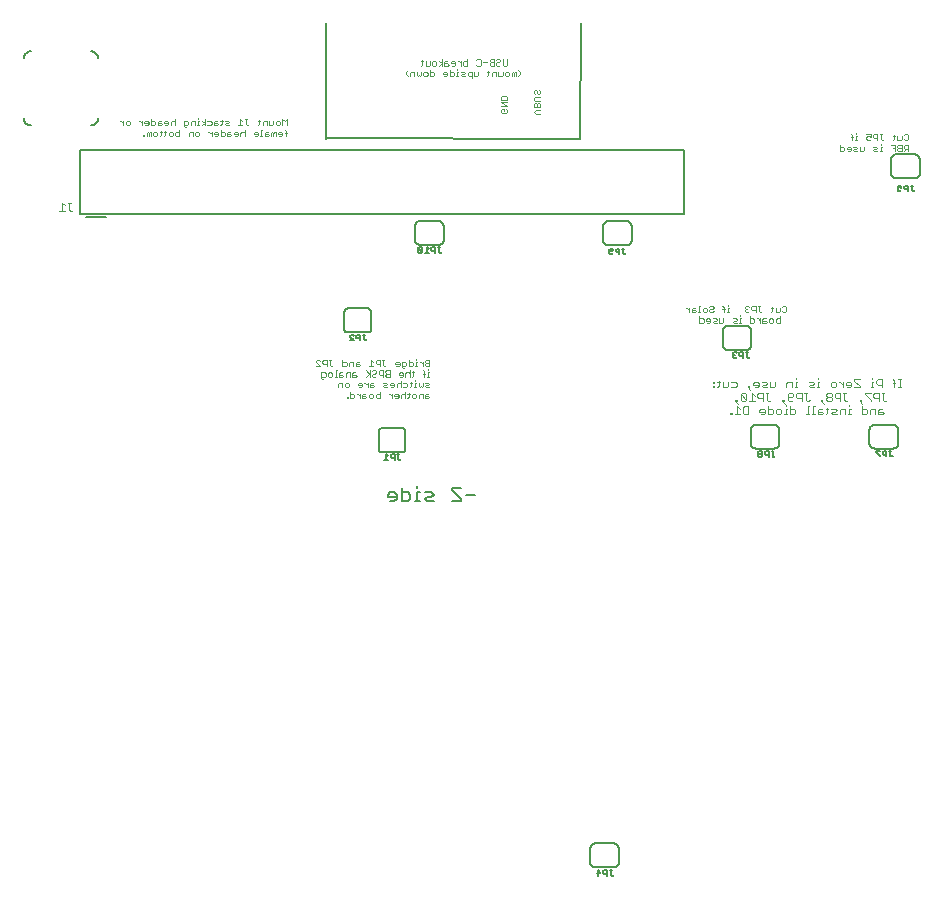
<source format=gbo>
G75*
%MOIN*%
%OFA0B0*%
%FSLAX25Y25*%
%IPPOS*%
%LPD*%
%AMOC8*
5,1,8,0,0,1.08239X$1,22.5*
%
%ADD10C,0.00600*%
%ADD11C,0.00300*%
%ADD12C,0.00800*%
%ADD13C,0.00500*%
%ADD14C,0.00400*%
D10*
X0172625Y0160378D02*
X0172625Y0161112D01*
X0173359Y0161846D01*
X0174827Y0161846D01*
X0175561Y0161112D01*
X0175561Y0159644D01*
X0174827Y0158910D01*
X0173359Y0158910D01*
X0172625Y0160378D02*
X0175561Y0160378D01*
X0177229Y0161846D02*
X0179431Y0161846D01*
X0180165Y0161112D01*
X0180165Y0159644D01*
X0179431Y0158910D01*
X0177229Y0158910D01*
X0177229Y0163314D01*
X0182500Y0163314D02*
X0182500Y0164048D01*
X0182500Y0161846D02*
X0182500Y0158910D01*
X0183234Y0158910D02*
X0181766Y0158910D01*
X0182500Y0161846D02*
X0183234Y0161846D01*
X0184902Y0161846D02*
X0187104Y0161846D01*
X0187838Y0161112D01*
X0187104Y0160378D01*
X0185636Y0160378D01*
X0184902Y0159644D01*
X0185636Y0158910D01*
X0187838Y0158910D01*
X0194110Y0158910D02*
X0197046Y0158910D01*
X0197046Y0159644D01*
X0194110Y0162580D01*
X0194110Y0163314D01*
X0197046Y0163314D01*
X0198714Y0161112D02*
X0201650Y0161112D01*
X0178435Y0176300D02*
X0178435Y0182300D01*
X0178433Y0182360D01*
X0178428Y0182421D01*
X0178419Y0182480D01*
X0178406Y0182539D01*
X0178390Y0182598D01*
X0178370Y0182655D01*
X0178347Y0182710D01*
X0178320Y0182765D01*
X0178291Y0182817D01*
X0178258Y0182868D01*
X0178222Y0182917D01*
X0178184Y0182963D01*
X0178142Y0183007D01*
X0178098Y0183049D01*
X0178052Y0183087D01*
X0178003Y0183123D01*
X0177952Y0183156D01*
X0177900Y0183185D01*
X0177845Y0183212D01*
X0177790Y0183235D01*
X0177733Y0183255D01*
X0177674Y0183271D01*
X0177615Y0183284D01*
X0177556Y0183293D01*
X0177495Y0183298D01*
X0177435Y0183300D01*
X0170635Y0183300D01*
X0170575Y0183298D01*
X0170514Y0183293D01*
X0170455Y0183284D01*
X0170396Y0183271D01*
X0170337Y0183255D01*
X0170280Y0183235D01*
X0170225Y0183212D01*
X0170170Y0183185D01*
X0170118Y0183156D01*
X0170067Y0183123D01*
X0170018Y0183087D01*
X0169972Y0183049D01*
X0169928Y0183007D01*
X0169886Y0182963D01*
X0169848Y0182917D01*
X0169812Y0182868D01*
X0169779Y0182817D01*
X0169750Y0182765D01*
X0169723Y0182710D01*
X0169700Y0182655D01*
X0169680Y0182598D01*
X0169664Y0182539D01*
X0169651Y0182480D01*
X0169642Y0182421D01*
X0169637Y0182360D01*
X0169635Y0182300D01*
X0169635Y0176300D01*
X0169637Y0176240D01*
X0169642Y0176179D01*
X0169651Y0176120D01*
X0169664Y0176061D01*
X0169680Y0176002D01*
X0169700Y0175945D01*
X0169723Y0175890D01*
X0169750Y0175835D01*
X0169779Y0175783D01*
X0169812Y0175732D01*
X0169848Y0175683D01*
X0169886Y0175637D01*
X0169928Y0175593D01*
X0169972Y0175551D01*
X0170018Y0175513D01*
X0170067Y0175477D01*
X0170118Y0175444D01*
X0170170Y0175415D01*
X0170225Y0175388D01*
X0170280Y0175365D01*
X0170337Y0175345D01*
X0170396Y0175329D01*
X0170455Y0175316D01*
X0170514Y0175307D01*
X0170575Y0175302D01*
X0170635Y0175300D01*
X0177435Y0175300D01*
X0177495Y0175302D01*
X0177556Y0175307D01*
X0177615Y0175316D01*
X0177674Y0175329D01*
X0177733Y0175345D01*
X0177790Y0175365D01*
X0177845Y0175388D01*
X0177900Y0175415D01*
X0177952Y0175444D01*
X0178003Y0175477D01*
X0178052Y0175513D01*
X0178098Y0175551D01*
X0178142Y0175593D01*
X0178184Y0175637D01*
X0178222Y0175683D01*
X0178258Y0175732D01*
X0178291Y0175783D01*
X0178320Y0175835D01*
X0178347Y0175890D01*
X0178370Y0175945D01*
X0178390Y0176002D01*
X0178406Y0176061D01*
X0178419Y0176120D01*
X0178428Y0176179D01*
X0178433Y0176240D01*
X0178435Y0176300D01*
X0165935Y0215200D02*
X0159135Y0215200D01*
X0159075Y0215202D01*
X0159014Y0215207D01*
X0158955Y0215216D01*
X0158896Y0215229D01*
X0158837Y0215245D01*
X0158780Y0215265D01*
X0158725Y0215288D01*
X0158670Y0215315D01*
X0158618Y0215344D01*
X0158567Y0215377D01*
X0158518Y0215413D01*
X0158472Y0215451D01*
X0158428Y0215493D01*
X0158386Y0215537D01*
X0158348Y0215583D01*
X0158312Y0215632D01*
X0158279Y0215683D01*
X0158250Y0215735D01*
X0158223Y0215790D01*
X0158200Y0215845D01*
X0158180Y0215902D01*
X0158164Y0215961D01*
X0158151Y0216020D01*
X0158142Y0216079D01*
X0158137Y0216140D01*
X0158135Y0216200D01*
X0158135Y0222200D01*
X0158137Y0222260D01*
X0158142Y0222321D01*
X0158151Y0222380D01*
X0158164Y0222439D01*
X0158180Y0222498D01*
X0158200Y0222555D01*
X0158223Y0222610D01*
X0158250Y0222665D01*
X0158279Y0222717D01*
X0158312Y0222768D01*
X0158348Y0222817D01*
X0158386Y0222863D01*
X0158428Y0222907D01*
X0158472Y0222949D01*
X0158518Y0222987D01*
X0158567Y0223023D01*
X0158618Y0223056D01*
X0158670Y0223085D01*
X0158725Y0223112D01*
X0158780Y0223135D01*
X0158837Y0223155D01*
X0158896Y0223171D01*
X0158955Y0223184D01*
X0159014Y0223193D01*
X0159075Y0223198D01*
X0159135Y0223200D01*
X0165935Y0223200D01*
X0165995Y0223198D01*
X0166056Y0223193D01*
X0166115Y0223184D01*
X0166174Y0223171D01*
X0166233Y0223155D01*
X0166290Y0223135D01*
X0166345Y0223112D01*
X0166400Y0223085D01*
X0166452Y0223056D01*
X0166503Y0223023D01*
X0166552Y0222987D01*
X0166598Y0222949D01*
X0166642Y0222907D01*
X0166684Y0222863D01*
X0166722Y0222817D01*
X0166758Y0222768D01*
X0166791Y0222717D01*
X0166820Y0222665D01*
X0166847Y0222610D01*
X0166870Y0222555D01*
X0166890Y0222498D01*
X0166906Y0222439D01*
X0166919Y0222380D01*
X0166928Y0222321D01*
X0166933Y0222260D01*
X0166935Y0222200D01*
X0166935Y0216200D01*
X0166933Y0216140D01*
X0166928Y0216079D01*
X0166919Y0216020D01*
X0166906Y0215961D01*
X0166890Y0215902D01*
X0166870Y0215845D01*
X0166847Y0215790D01*
X0166820Y0215735D01*
X0166791Y0215683D01*
X0166758Y0215632D01*
X0166722Y0215583D01*
X0166684Y0215537D01*
X0166642Y0215493D01*
X0166598Y0215451D01*
X0166552Y0215413D01*
X0166503Y0215377D01*
X0166452Y0215344D01*
X0166400Y0215315D01*
X0166345Y0215288D01*
X0166290Y0215265D01*
X0166233Y0215245D01*
X0166174Y0215229D01*
X0166115Y0215216D01*
X0166056Y0215207D01*
X0165995Y0215202D01*
X0165935Y0215200D01*
D11*
X0167000Y0206152D02*
X0167000Y0204050D01*
X0166300Y0204050D02*
X0167701Y0204050D01*
X0168509Y0205101D02*
X0168860Y0204751D01*
X0169911Y0204751D01*
X0169911Y0204050D02*
X0169911Y0206152D01*
X0168860Y0206152D01*
X0168509Y0205801D01*
X0168509Y0205101D01*
X0167701Y0205451D02*
X0167000Y0206152D01*
X0166596Y0202552D02*
X0166596Y0200450D01*
X0166596Y0201151D02*
X0165195Y0202552D01*
X0166246Y0201501D02*
X0165195Y0200450D01*
X0165159Y0198251D02*
X0164808Y0198251D01*
X0165159Y0198251D02*
X0165859Y0197551D01*
X0165859Y0198251D02*
X0165859Y0196850D01*
X0166668Y0196850D02*
X0167719Y0196850D01*
X0168069Y0197200D01*
X0167719Y0197551D01*
X0166668Y0197551D01*
X0166668Y0197901D02*
X0166668Y0196850D01*
X0166668Y0197901D02*
X0167018Y0198251D01*
X0167719Y0198251D01*
X0167755Y0200450D02*
X0168455Y0200450D01*
X0168806Y0200800D01*
X0168455Y0201501D02*
X0167755Y0201501D01*
X0167405Y0201151D01*
X0167405Y0200800D01*
X0167755Y0200450D01*
X0168455Y0201501D02*
X0168806Y0201851D01*
X0168806Y0202201D01*
X0168455Y0202552D01*
X0167755Y0202552D01*
X0167405Y0202201D01*
X0169614Y0202201D02*
X0169614Y0201501D01*
X0169965Y0201151D01*
X0171016Y0201151D01*
X0171016Y0200450D02*
X0171016Y0202552D01*
X0169965Y0202552D01*
X0169614Y0202201D01*
X0171824Y0202201D02*
X0171824Y0201851D01*
X0172175Y0201501D01*
X0173225Y0201501D01*
X0172175Y0201501D02*
X0171824Y0201151D01*
X0171824Y0200800D01*
X0172175Y0200450D01*
X0173225Y0200450D01*
X0173225Y0202552D01*
X0172175Y0202552D01*
X0171824Y0202201D01*
X0171770Y0204050D02*
X0171420Y0204050D01*
X0171070Y0204400D01*
X0171070Y0206152D01*
X0171420Y0206152D02*
X0170719Y0206152D01*
X0172121Y0204400D02*
X0171770Y0204050D01*
X0175139Y0204751D02*
X0176540Y0204751D01*
X0176540Y0205101D02*
X0176190Y0205451D01*
X0175489Y0205451D01*
X0175139Y0205101D01*
X0175139Y0204751D01*
X0175489Y0204050D02*
X0176190Y0204050D01*
X0176540Y0204400D01*
X0176540Y0205101D01*
X0177349Y0205451D02*
X0178400Y0205451D01*
X0178750Y0205101D01*
X0178750Y0204400D01*
X0178400Y0204050D01*
X0177349Y0204050D01*
X0177349Y0203700D02*
X0177349Y0205451D01*
X0177349Y0203700D02*
X0177699Y0203349D01*
X0178050Y0203349D01*
X0179559Y0204050D02*
X0180610Y0204050D01*
X0180960Y0204400D01*
X0180960Y0205101D01*
X0180610Y0205451D01*
X0179559Y0205451D01*
X0179559Y0206152D02*
X0179559Y0204050D01*
X0179855Y0202552D02*
X0179855Y0200450D01*
X0180628Y0200450D02*
X0180978Y0200800D01*
X0180978Y0202201D01*
X0181328Y0201851D02*
X0180628Y0201851D01*
X0179855Y0201501D02*
X0179505Y0201851D01*
X0178804Y0201851D01*
X0178454Y0201501D01*
X0178454Y0200450D01*
X0177645Y0200800D02*
X0177645Y0201501D01*
X0177295Y0201851D01*
X0176594Y0201851D01*
X0176244Y0201501D01*
X0176244Y0201151D01*
X0177645Y0201151D01*
X0177645Y0200800D02*
X0177295Y0200450D01*
X0176594Y0200450D01*
X0176909Y0198952D02*
X0176909Y0196850D01*
X0177717Y0196850D02*
X0178768Y0196850D01*
X0179118Y0197200D01*
X0179118Y0197901D01*
X0178768Y0198251D01*
X0177717Y0198251D01*
X0176909Y0197901D02*
X0176558Y0198251D01*
X0175858Y0198251D01*
X0175507Y0197901D01*
X0175507Y0196850D01*
X0174699Y0197200D02*
X0174348Y0196850D01*
X0173648Y0196850D01*
X0173298Y0197551D02*
X0174699Y0197551D01*
X0174699Y0197901D02*
X0174348Y0198251D01*
X0173648Y0198251D01*
X0173298Y0197901D01*
X0173298Y0197551D01*
X0172489Y0197901D02*
X0172139Y0198251D01*
X0171088Y0198251D01*
X0171438Y0197551D02*
X0172139Y0197551D01*
X0172489Y0197901D01*
X0172489Y0196850D02*
X0171438Y0196850D01*
X0171088Y0197200D01*
X0171438Y0197551D01*
X0169911Y0195352D02*
X0169911Y0193250D01*
X0168860Y0193250D01*
X0168509Y0193600D01*
X0168509Y0194301D01*
X0168860Y0194651D01*
X0169911Y0194651D01*
X0167701Y0194301D02*
X0167701Y0193600D01*
X0167350Y0193250D01*
X0166650Y0193250D01*
X0166300Y0193600D01*
X0166300Y0194301D01*
X0166650Y0194651D01*
X0167350Y0194651D01*
X0167701Y0194301D01*
X0165491Y0193600D02*
X0165141Y0193951D01*
X0164090Y0193951D01*
X0164090Y0194301D02*
X0164090Y0193250D01*
X0165141Y0193250D01*
X0165491Y0193600D01*
X0165141Y0194651D02*
X0164440Y0194651D01*
X0164090Y0194301D01*
X0163281Y0194651D02*
X0163281Y0193250D01*
X0163281Y0193951D02*
X0162580Y0194651D01*
X0162230Y0194651D01*
X0161439Y0194301D02*
X0161089Y0194651D01*
X0160038Y0194651D01*
X0160038Y0195352D02*
X0160038Y0193250D01*
X0161089Y0193250D01*
X0161439Y0193600D01*
X0161439Y0194301D01*
X0159230Y0193600D02*
X0159230Y0193250D01*
X0158879Y0193250D01*
X0158879Y0193600D01*
X0159230Y0193600D01*
X0159248Y0196850D02*
X0159598Y0197200D01*
X0159598Y0197901D01*
X0159248Y0198251D01*
X0158547Y0198251D01*
X0158197Y0197901D01*
X0158197Y0197200D01*
X0158547Y0196850D01*
X0159248Y0196850D01*
X0157388Y0196850D02*
X0157388Y0198251D01*
X0156337Y0198251D01*
X0155987Y0197901D01*
X0155987Y0196850D01*
X0151163Y0199749D02*
X0150812Y0199749D01*
X0150462Y0200100D01*
X0150462Y0201851D01*
X0151513Y0201851D01*
X0151863Y0201501D01*
X0151863Y0200800D01*
X0151513Y0200450D01*
X0150462Y0200450D01*
X0152672Y0200800D02*
X0152672Y0201501D01*
X0153022Y0201851D01*
X0153723Y0201851D01*
X0154073Y0201501D01*
X0154073Y0200800D01*
X0153723Y0200450D01*
X0153022Y0200450D01*
X0152672Y0200800D01*
X0154846Y0200450D02*
X0155546Y0200450D01*
X0155196Y0200450D02*
X0155196Y0202552D01*
X0155546Y0202552D01*
X0156355Y0201501D02*
X0156355Y0200450D01*
X0157406Y0200450D01*
X0157756Y0200800D01*
X0157406Y0201151D01*
X0156355Y0201151D01*
X0156355Y0201501D02*
X0156705Y0201851D01*
X0157406Y0201851D01*
X0158565Y0201501D02*
X0158565Y0200450D01*
X0158565Y0201501D02*
X0158915Y0201851D01*
X0159966Y0201851D01*
X0159966Y0200450D01*
X0160775Y0200450D02*
X0161826Y0200450D01*
X0162176Y0200800D01*
X0161826Y0201151D01*
X0160775Y0201151D01*
X0160775Y0201501D02*
X0160775Y0200450D01*
X0160775Y0201501D02*
X0161125Y0201851D01*
X0161826Y0201851D01*
X0161880Y0204050D02*
X0162931Y0204050D01*
X0163281Y0204400D01*
X0162931Y0204751D01*
X0161880Y0204751D01*
X0161880Y0205101D02*
X0161880Y0204050D01*
X0161071Y0204050D02*
X0161071Y0205451D01*
X0160020Y0205451D01*
X0159670Y0205101D01*
X0159670Y0204050D01*
X0158861Y0204400D02*
X0158861Y0205101D01*
X0158511Y0205451D01*
X0157460Y0205451D01*
X0157460Y0206152D02*
X0157460Y0204050D01*
X0158511Y0204050D01*
X0158861Y0204400D01*
X0161880Y0205101D02*
X0162230Y0205451D01*
X0162931Y0205451D01*
X0162967Y0198251D02*
X0162616Y0197901D01*
X0162616Y0197551D01*
X0164018Y0197551D01*
X0164018Y0197901D02*
X0163667Y0198251D01*
X0162967Y0198251D01*
X0164018Y0197901D02*
X0164018Y0197200D01*
X0163667Y0196850D01*
X0162967Y0196850D01*
X0172911Y0194651D02*
X0173262Y0194651D01*
X0173962Y0193951D01*
X0173962Y0194651D02*
X0173962Y0193250D01*
X0174771Y0193951D02*
X0176172Y0193951D01*
X0176172Y0194301D02*
X0175822Y0194651D01*
X0175121Y0194651D01*
X0174771Y0194301D01*
X0174771Y0193951D01*
X0175121Y0193250D02*
X0175822Y0193250D01*
X0176172Y0193600D01*
X0176172Y0194301D01*
X0176981Y0194301D02*
X0176981Y0193250D01*
X0176981Y0194301D02*
X0177331Y0194651D01*
X0178032Y0194651D01*
X0178382Y0194301D01*
X0179155Y0194651D02*
X0179855Y0194651D01*
X0179505Y0195001D02*
X0179505Y0193600D01*
X0179155Y0193250D01*
X0178382Y0193250D02*
X0178382Y0195352D01*
X0179891Y0196850D02*
X0180241Y0197200D01*
X0180241Y0198601D01*
X0179891Y0198251D02*
X0180592Y0198251D01*
X0181715Y0198251D02*
X0181715Y0196850D01*
X0182065Y0196850D02*
X0181364Y0196850D01*
X0181715Y0198251D02*
X0182065Y0198251D01*
X0181715Y0198952D02*
X0181715Y0199302D01*
X0182874Y0198251D02*
X0182874Y0197200D01*
X0183224Y0196850D01*
X0183574Y0197200D01*
X0183925Y0196850D01*
X0184275Y0197200D01*
X0184275Y0198251D01*
X0185084Y0198251D02*
X0186134Y0198251D01*
X0186485Y0197901D01*
X0186134Y0197551D01*
X0185434Y0197551D01*
X0185084Y0197200D01*
X0185434Y0196850D01*
X0186485Y0196850D01*
X0186134Y0194651D02*
X0185434Y0194651D01*
X0185084Y0194301D01*
X0185084Y0193250D01*
X0186134Y0193250D01*
X0186485Y0193600D01*
X0186134Y0193951D01*
X0185084Y0193951D01*
X0184275Y0194651D02*
X0183224Y0194651D01*
X0182874Y0194301D01*
X0182874Y0193250D01*
X0182065Y0193600D02*
X0181715Y0193250D01*
X0181014Y0193250D01*
X0180664Y0193600D01*
X0180664Y0194301D01*
X0181014Y0194651D01*
X0181715Y0194651D01*
X0182065Y0194301D01*
X0182065Y0193600D01*
X0184275Y0193250D02*
X0184275Y0194651D01*
X0184661Y0200450D02*
X0184661Y0202201D01*
X0184311Y0202552D01*
X0184311Y0201501D02*
X0185011Y0201501D01*
X0186134Y0201851D02*
X0186134Y0200450D01*
X0185784Y0200450D02*
X0186485Y0200450D01*
X0186485Y0201851D02*
X0186134Y0201851D01*
X0186134Y0202552D02*
X0186134Y0202902D01*
X0186485Y0204050D02*
X0185434Y0204050D01*
X0185084Y0204400D01*
X0185084Y0204751D01*
X0185434Y0205101D01*
X0186485Y0205101D01*
X0186485Y0206152D02*
X0185434Y0206152D01*
X0185084Y0205801D01*
X0185084Y0205451D01*
X0185434Y0205101D01*
X0184275Y0205451D02*
X0184275Y0204050D01*
X0184275Y0204751D02*
X0183574Y0205451D01*
X0183224Y0205451D01*
X0182433Y0205451D02*
X0182083Y0205451D01*
X0182083Y0204050D01*
X0182433Y0204050D02*
X0181733Y0204050D01*
X0182083Y0206152D02*
X0182083Y0206502D01*
X0186485Y0206152D02*
X0186485Y0204050D01*
X0174699Y0197901D02*
X0174699Y0197200D01*
X0154441Y0204400D02*
X0154091Y0204050D01*
X0153741Y0204050D01*
X0153391Y0204400D01*
X0153391Y0206152D01*
X0153741Y0206152D02*
X0153040Y0206152D01*
X0152232Y0206152D02*
X0151181Y0206152D01*
X0150830Y0205801D01*
X0150830Y0205101D01*
X0151181Y0204751D01*
X0152232Y0204751D01*
X0152232Y0204050D02*
X0152232Y0206152D01*
X0150022Y0205801D02*
X0149671Y0206152D01*
X0148971Y0206152D01*
X0148621Y0205801D01*
X0148621Y0205451D01*
X0150022Y0204050D01*
X0148621Y0204050D01*
X0138534Y0280650D02*
X0138534Y0282401D01*
X0138184Y0282752D01*
X0138184Y0281701D02*
X0138885Y0281701D01*
X0137411Y0281701D02*
X0137061Y0282051D01*
X0136361Y0282051D01*
X0136010Y0281701D01*
X0136010Y0281351D01*
X0137411Y0281351D01*
X0137411Y0281701D02*
X0137411Y0281000D01*
X0137061Y0280650D01*
X0136361Y0280650D01*
X0135202Y0280650D02*
X0135202Y0282051D01*
X0134851Y0282051D01*
X0134501Y0281701D01*
X0134151Y0282051D01*
X0133800Y0281701D01*
X0133800Y0280650D01*
X0134501Y0280650D02*
X0134501Y0281701D01*
X0132992Y0281000D02*
X0132641Y0281351D01*
X0131591Y0281351D01*
X0131591Y0281701D02*
X0131591Y0280650D01*
X0132641Y0280650D01*
X0132992Y0281000D01*
X0132641Y0282051D02*
X0131941Y0282051D01*
X0131591Y0281701D01*
X0130782Y0282752D02*
X0130432Y0282752D01*
X0130432Y0280650D01*
X0130782Y0280650D02*
X0130081Y0280650D01*
X0129309Y0281000D02*
X0129309Y0281701D01*
X0128958Y0282051D01*
X0128258Y0282051D01*
X0127907Y0281701D01*
X0127907Y0281351D01*
X0129309Y0281351D01*
X0129309Y0281000D02*
X0128958Y0280650D01*
X0128258Y0280650D01*
X0124889Y0280650D02*
X0124889Y0282752D01*
X0124539Y0282051D02*
X0123838Y0282051D01*
X0123488Y0281701D01*
X0123488Y0280650D01*
X0122679Y0281000D02*
X0122679Y0281701D01*
X0122329Y0282051D01*
X0121628Y0282051D01*
X0121278Y0281701D01*
X0121278Y0281351D01*
X0122679Y0281351D01*
X0122679Y0281000D02*
X0122329Y0280650D01*
X0121628Y0280650D01*
X0120469Y0281000D02*
X0120119Y0281351D01*
X0119068Y0281351D01*
X0119068Y0281701D02*
X0119068Y0280650D01*
X0120119Y0280650D01*
X0120469Y0281000D01*
X0120119Y0282051D02*
X0119418Y0282051D01*
X0119068Y0281701D01*
X0118259Y0281701D02*
X0117909Y0282051D01*
X0116858Y0282051D01*
X0116858Y0282752D02*
X0116858Y0280650D01*
X0117909Y0280650D01*
X0118259Y0281000D01*
X0118259Y0281701D01*
X0116049Y0281701D02*
X0115699Y0282051D01*
X0114998Y0282051D01*
X0114648Y0281701D01*
X0114648Y0281351D01*
X0116049Y0281351D01*
X0116049Y0281701D02*
X0116049Y0281000D01*
X0115699Y0280650D01*
X0114998Y0280650D01*
X0113839Y0280650D02*
X0113839Y0282051D01*
X0113139Y0282051D02*
X0112789Y0282051D01*
X0113139Y0282051D02*
X0113839Y0281351D01*
X0113489Y0284250D02*
X0112438Y0284250D01*
X0111630Y0284250D02*
X0111630Y0286352D01*
X0112438Y0285651D02*
X0113489Y0285651D01*
X0113839Y0285301D01*
X0113839Y0284600D01*
X0113489Y0284250D01*
X0114648Y0284250D02*
X0115699Y0284250D01*
X0116049Y0284600D01*
X0115699Y0284951D01*
X0114648Y0284951D01*
X0114648Y0285301D02*
X0114648Y0284250D01*
X0114648Y0285301D02*
X0114998Y0285651D01*
X0115699Y0285651D01*
X0116822Y0285651D02*
X0117523Y0285651D01*
X0117172Y0286001D02*
X0117172Y0284600D01*
X0116822Y0284250D01*
X0118331Y0284600D02*
X0118682Y0284951D01*
X0119382Y0284951D01*
X0119732Y0285301D01*
X0119382Y0285651D01*
X0118331Y0285651D01*
X0118331Y0284600D02*
X0118682Y0284250D01*
X0119732Y0284250D01*
X0122751Y0284250D02*
X0124152Y0284250D01*
X0123452Y0284250D02*
X0123452Y0286352D01*
X0124152Y0285651D01*
X0124961Y0286352D02*
X0125662Y0286352D01*
X0125311Y0286352D02*
X0125311Y0284600D01*
X0125662Y0284250D01*
X0126012Y0284250D01*
X0126362Y0284600D01*
X0129345Y0284250D02*
X0129695Y0284600D01*
X0129695Y0286001D01*
X0130045Y0285651D02*
X0129345Y0285651D01*
X0130854Y0285301D02*
X0130854Y0284250D01*
X0130854Y0285301D02*
X0131204Y0285651D01*
X0132255Y0285651D01*
X0132255Y0284250D01*
X0133064Y0284250D02*
X0133064Y0285651D01*
X0134465Y0285651D02*
X0134465Y0284600D01*
X0134115Y0284250D01*
X0133064Y0284250D01*
X0135274Y0284600D02*
X0135274Y0285301D01*
X0135624Y0285651D01*
X0136325Y0285651D01*
X0136675Y0285301D01*
X0136675Y0284600D01*
X0136325Y0284250D01*
X0135624Y0284250D01*
X0135274Y0284600D01*
X0137484Y0284250D02*
X0137484Y0286352D01*
X0138184Y0285651D01*
X0138885Y0286352D01*
X0138885Y0284250D01*
X0124889Y0281701D02*
X0124539Y0282051D01*
X0111630Y0284951D02*
X0110579Y0285651D01*
X0109788Y0285651D02*
X0109438Y0285651D01*
X0109438Y0284250D01*
X0109788Y0284250D02*
X0109087Y0284250D01*
X0108315Y0284250D02*
X0108315Y0285651D01*
X0107264Y0285651D01*
X0106914Y0285301D01*
X0106914Y0284250D01*
X0106105Y0284600D02*
X0105755Y0284250D01*
X0104704Y0284250D01*
X0104704Y0283900D02*
X0104704Y0285651D01*
X0105755Y0285651D01*
X0106105Y0285301D01*
X0106105Y0284600D01*
X0105404Y0283549D02*
X0105054Y0283549D01*
X0104704Y0283900D01*
X0103158Y0282752D02*
X0103158Y0280650D01*
X0102107Y0280650D01*
X0101757Y0281000D01*
X0101757Y0281701D01*
X0102107Y0282051D01*
X0103158Y0282051D01*
X0100948Y0281701D02*
X0100948Y0281000D01*
X0100598Y0280650D01*
X0099898Y0280650D01*
X0099547Y0281000D01*
X0099547Y0281701D01*
X0099898Y0282051D01*
X0100598Y0282051D01*
X0100948Y0281701D01*
X0098739Y0282051D02*
X0098038Y0282051D01*
X0098388Y0282401D02*
X0098388Y0281000D01*
X0098038Y0280650D01*
X0096915Y0281000D02*
X0096565Y0280650D01*
X0096915Y0281000D02*
X0096915Y0282401D01*
X0097265Y0282051D02*
X0096565Y0282051D01*
X0095792Y0281701D02*
X0095792Y0281000D01*
X0095442Y0280650D01*
X0094741Y0280650D01*
X0094391Y0281000D01*
X0094391Y0281701D01*
X0094741Y0282051D01*
X0095442Y0282051D01*
X0095792Y0281701D01*
X0093582Y0282051D02*
X0093232Y0282051D01*
X0092882Y0281701D01*
X0092531Y0282051D01*
X0092181Y0281701D01*
X0092181Y0280650D01*
X0092882Y0280650D02*
X0092882Y0281701D01*
X0093582Y0282051D02*
X0093582Y0280650D01*
X0091372Y0280650D02*
X0091022Y0280650D01*
X0091022Y0281000D01*
X0091372Y0281000D01*
X0091372Y0280650D01*
X0091795Y0284250D02*
X0092495Y0284250D01*
X0092846Y0284600D01*
X0092846Y0285301D01*
X0092495Y0285651D01*
X0091795Y0285651D01*
X0091444Y0285301D01*
X0091444Y0284951D01*
X0092846Y0284951D01*
X0093654Y0285651D02*
X0094705Y0285651D01*
X0095055Y0285301D01*
X0095055Y0284600D01*
X0094705Y0284250D01*
X0093654Y0284250D01*
X0093654Y0286352D01*
X0095864Y0285301D02*
X0095864Y0284250D01*
X0096915Y0284250D01*
X0097265Y0284600D01*
X0096915Y0284951D01*
X0095864Y0284951D01*
X0095864Y0285301D02*
X0096214Y0285651D01*
X0096915Y0285651D01*
X0098074Y0285301D02*
X0098074Y0284951D01*
X0099475Y0284951D01*
X0099475Y0285301D02*
X0099125Y0285651D01*
X0098424Y0285651D01*
X0098074Y0285301D01*
X0098424Y0284250D02*
X0099125Y0284250D01*
X0099475Y0284600D01*
X0099475Y0285301D01*
X0100284Y0285301D02*
X0100284Y0284250D01*
X0100284Y0285301D02*
X0100634Y0285651D01*
X0101335Y0285651D01*
X0101685Y0285301D01*
X0101685Y0286352D02*
X0101685Y0284250D01*
X0106177Y0281701D02*
X0106177Y0280650D01*
X0106177Y0281701D02*
X0106527Y0282051D01*
X0107578Y0282051D01*
X0107578Y0280650D01*
X0108387Y0281000D02*
X0108387Y0281701D01*
X0108737Y0282051D01*
X0109438Y0282051D01*
X0109788Y0281701D01*
X0109788Y0281000D01*
X0109438Y0280650D01*
X0108737Y0280650D01*
X0108387Y0281000D01*
X0110579Y0284250D02*
X0111630Y0284951D01*
X0109438Y0286352D02*
X0109438Y0286702D01*
X0090636Y0285651D02*
X0090636Y0284250D01*
X0090636Y0284951D02*
X0089935Y0285651D01*
X0089585Y0285651D01*
X0086584Y0285301D02*
X0086584Y0284600D01*
X0086234Y0284250D01*
X0085533Y0284250D01*
X0085183Y0284600D01*
X0085183Y0285301D01*
X0085533Y0285651D01*
X0086234Y0285651D01*
X0086584Y0285301D01*
X0084374Y0285651D02*
X0084374Y0284250D01*
X0084374Y0284951D02*
X0083674Y0285651D01*
X0083323Y0285651D01*
X0178516Y0301251D02*
X0179217Y0300550D01*
X0180025Y0300550D02*
X0180025Y0301601D01*
X0180376Y0301951D01*
X0181427Y0301951D01*
X0181427Y0300550D01*
X0182235Y0300900D02*
X0182586Y0300550D01*
X0182936Y0300900D01*
X0183286Y0300550D01*
X0183637Y0300900D01*
X0183637Y0301951D01*
X0184445Y0301601D02*
X0184796Y0301951D01*
X0185496Y0301951D01*
X0185846Y0301601D01*
X0185846Y0300900D01*
X0185496Y0300550D01*
X0184796Y0300550D01*
X0184445Y0300900D01*
X0184445Y0301601D01*
X0182235Y0301951D02*
X0182235Y0300900D01*
X0179217Y0302652D02*
X0178516Y0301951D01*
X0178516Y0301251D01*
X0183673Y0304150D02*
X0184023Y0304500D01*
X0184023Y0305901D01*
X0184373Y0305551D02*
X0183673Y0305551D01*
X0185182Y0305551D02*
X0185182Y0304150D01*
X0186233Y0304150D01*
X0186583Y0304500D01*
X0186583Y0305551D01*
X0187392Y0305201D02*
X0187742Y0305551D01*
X0188443Y0305551D01*
X0188793Y0305201D01*
X0188793Y0304500D01*
X0188443Y0304150D01*
X0187742Y0304150D01*
X0187392Y0304500D01*
X0187392Y0305201D01*
X0189584Y0305551D02*
X0190634Y0304851D01*
X0189584Y0304150D01*
X0190634Y0304150D02*
X0190634Y0306252D01*
X0191443Y0305201D02*
X0191443Y0304150D01*
X0192494Y0304150D01*
X0192844Y0304500D01*
X0192494Y0304851D01*
X0191443Y0304851D01*
X0191443Y0305201D02*
X0191793Y0305551D01*
X0192494Y0305551D01*
X0193653Y0305201D02*
X0193653Y0304851D01*
X0195054Y0304851D01*
X0195054Y0305201D02*
X0194704Y0305551D01*
X0194003Y0305551D01*
X0193653Y0305201D01*
X0194003Y0304150D02*
X0194704Y0304150D01*
X0195054Y0304500D01*
X0195054Y0305201D01*
X0195845Y0305551D02*
X0196195Y0305551D01*
X0196896Y0304851D01*
X0196896Y0305551D02*
X0196896Y0304150D01*
X0197705Y0304500D02*
X0198055Y0304150D01*
X0199106Y0304150D01*
X0199106Y0306252D01*
X0199106Y0305551D02*
X0198055Y0305551D01*
X0197705Y0305201D01*
X0197705Y0304500D01*
X0195809Y0303002D02*
X0195809Y0302652D01*
X0195809Y0301951D02*
X0195809Y0300550D01*
X0196159Y0300550D02*
X0195459Y0300550D01*
X0194686Y0300900D02*
X0194686Y0301601D01*
X0194336Y0301951D01*
X0193285Y0301951D01*
X0193285Y0302652D02*
X0193285Y0300550D01*
X0194336Y0300550D01*
X0194686Y0300900D01*
X0195809Y0301951D02*
X0196159Y0301951D01*
X0196968Y0301951D02*
X0198019Y0301951D01*
X0198369Y0301601D01*
X0198019Y0301251D01*
X0197318Y0301251D01*
X0196968Y0300900D01*
X0197318Y0300550D01*
X0198369Y0300550D01*
X0199178Y0300900D02*
X0199528Y0300550D01*
X0200579Y0300550D01*
X0200579Y0299849D02*
X0200579Y0301951D01*
X0199528Y0301951D01*
X0199178Y0301601D01*
X0199178Y0300900D01*
X0201388Y0300550D02*
X0201388Y0301951D01*
X0202789Y0301951D02*
X0202789Y0300900D01*
X0202439Y0300550D01*
X0201388Y0300550D01*
X0202475Y0304150D02*
X0202124Y0304500D01*
X0202475Y0304150D02*
X0203175Y0304150D01*
X0203525Y0304500D01*
X0203525Y0305901D01*
X0203175Y0306252D01*
X0202475Y0306252D01*
X0202124Y0305901D01*
X0204334Y0305201D02*
X0205735Y0305201D01*
X0206544Y0305551D02*
X0206894Y0305201D01*
X0207945Y0305201D01*
X0208754Y0304851D02*
X0208754Y0304500D01*
X0209104Y0304150D01*
X0209805Y0304150D01*
X0210155Y0304500D01*
X0209805Y0305201D02*
X0209104Y0305201D01*
X0208754Y0304851D01*
X0208754Y0305901D02*
X0209104Y0306252D01*
X0209805Y0306252D01*
X0210155Y0305901D01*
X0210155Y0305551D01*
X0209805Y0305201D01*
X0210964Y0304500D02*
X0211314Y0304150D01*
X0212015Y0304150D01*
X0212365Y0304500D01*
X0212365Y0306252D01*
X0210964Y0306252D02*
X0210964Y0304500D01*
X0210892Y0301951D02*
X0210892Y0300900D01*
X0210541Y0300550D01*
X0209491Y0300550D01*
X0209491Y0301951D01*
X0208682Y0301951D02*
X0207631Y0301951D01*
X0207281Y0301601D01*
X0207281Y0300550D01*
X0206122Y0300900D02*
X0205771Y0300550D01*
X0206122Y0300900D02*
X0206122Y0302301D01*
X0206472Y0301951D02*
X0205771Y0301951D01*
X0206894Y0304150D02*
X0206544Y0304500D01*
X0206544Y0304851D01*
X0206894Y0305201D01*
X0206544Y0305551D02*
X0206544Y0305901D01*
X0206894Y0306252D01*
X0207945Y0306252D01*
X0207945Y0304150D01*
X0206894Y0304150D01*
X0208682Y0301951D02*
X0208682Y0300550D01*
X0211700Y0300900D02*
X0211700Y0301601D01*
X0212051Y0301951D01*
X0212751Y0301951D01*
X0213102Y0301601D01*
X0213102Y0300900D01*
X0212751Y0300550D01*
X0212051Y0300550D01*
X0211700Y0300900D01*
X0213910Y0300550D02*
X0213910Y0301601D01*
X0214261Y0301951D01*
X0214611Y0301601D01*
X0214611Y0300550D01*
X0215311Y0300550D02*
X0215311Y0301951D01*
X0214961Y0301951D01*
X0214611Y0301601D01*
X0216084Y0302652D02*
X0216785Y0301951D01*
X0216785Y0301251D01*
X0216084Y0300550D01*
X0221225Y0295696D02*
X0221225Y0294995D01*
X0221575Y0294645D01*
X0222276Y0294995D02*
X0222276Y0295696D01*
X0221925Y0296046D01*
X0221575Y0296046D01*
X0221225Y0295696D01*
X0222276Y0294995D02*
X0222626Y0294645D01*
X0222976Y0294645D01*
X0223327Y0294995D01*
X0223327Y0295696D01*
X0222976Y0296046D01*
X0223327Y0293836D02*
X0221575Y0293836D01*
X0221225Y0293486D01*
X0221225Y0292785D01*
X0221575Y0292435D01*
X0223327Y0292435D01*
X0222976Y0291626D02*
X0222626Y0291626D01*
X0222276Y0291276D01*
X0222276Y0290225D01*
X0221925Y0289416D02*
X0221225Y0288716D01*
X0221925Y0288015D01*
X0223327Y0288015D01*
X0223327Y0289416D02*
X0221925Y0289416D01*
X0221225Y0290225D02*
X0221225Y0291276D01*
X0221575Y0291626D01*
X0221925Y0291626D01*
X0222276Y0291276D01*
X0222976Y0291626D02*
X0223327Y0291276D01*
X0223327Y0290225D01*
X0221225Y0290225D01*
X0212427Y0290525D02*
X0210325Y0291926D01*
X0212427Y0291926D01*
X0212427Y0292735D02*
X0212427Y0293786D01*
X0212076Y0294136D01*
X0210675Y0294136D01*
X0210325Y0293786D01*
X0210325Y0292735D01*
X0212427Y0292735D01*
X0212427Y0290525D02*
X0210325Y0290525D01*
X0210675Y0289716D02*
X0211376Y0289716D01*
X0211376Y0289016D01*
X0212076Y0289716D02*
X0212427Y0289366D01*
X0212427Y0288665D01*
X0212076Y0288315D01*
X0210675Y0288315D01*
X0210325Y0288665D01*
X0210325Y0289366D01*
X0210675Y0289716D01*
X0192476Y0300900D02*
X0192126Y0300550D01*
X0191425Y0300550D01*
X0191075Y0301251D02*
X0192476Y0301251D01*
X0192476Y0301601D02*
X0192126Y0301951D01*
X0191425Y0301951D01*
X0191075Y0301601D01*
X0191075Y0301251D01*
X0192476Y0300900D02*
X0192476Y0301601D01*
X0188056Y0301601D02*
X0187706Y0301951D01*
X0186655Y0301951D01*
X0186655Y0302652D02*
X0186655Y0300550D01*
X0187706Y0300550D01*
X0188056Y0300900D01*
X0188056Y0301601D01*
X0272022Y0223451D02*
X0272373Y0223451D01*
X0273073Y0222751D01*
X0273073Y0223451D02*
X0273073Y0222050D01*
X0273882Y0222050D02*
X0274933Y0222050D01*
X0275283Y0222400D01*
X0274933Y0222751D01*
X0273882Y0222751D01*
X0273882Y0223101D02*
X0273882Y0222050D01*
X0273882Y0223101D02*
X0274232Y0223451D01*
X0274933Y0223451D01*
X0276406Y0224152D02*
X0276406Y0222050D01*
X0276756Y0222050D02*
X0276056Y0222050D01*
X0277565Y0222400D02*
X0277565Y0223101D01*
X0277915Y0223451D01*
X0278616Y0223451D01*
X0278966Y0223101D01*
X0278966Y0222400D01*
X0278616Y0222050D01*
X0277915Y0222050D01*
X0277565Y0222400D01*
X0276756Y0224152D02*
X0276406Y0224152D01*
X0279775Y0223801D02*
X0280125Y0224152D01*
X0280826Y0224152D01*
X0281176Y0223801D01*
X0281176Y0223451D01*
X0280826Y0223101D01*
X0280125Y0223101D01*
X0279775Y0222751D01*
X0279775Y0222400D01*
X0280125Y0222050D01*
X0280826Y0222050D01*
X0281176Y0222400D01*
X0280880Y0219851D02*
X0281931Y0219851D01*
X0282281Y0219501D01*
X0281931Y0219151D01*
X0281230Y0219151D01*
X0280880Y0218800D01*
X0281230Y0218450D01*
X0282281Y0218450D01*
X0283090Y0218450D02*
X0283090Y0219851D01*
X0284491Y0219851D02*
X0284491Y0218800D01*
X0284141Y0218450D01*
X0283090Y0218450D01*
X0280071Y0218800D02*
X0280071Y0219501D01*
X0279721Y0219851D01*
X0279020Y0219851D01*
X0278670Y0219501D01*
X0278670Y0219151D01*
X0280071Y0219151D01*
X0280071Y0218800D02*
X0279721Y0218450D01*
X0279020Y0218450D01*
X0277861Y0218800D02*
X0277861Y0219501D01*
X0277511Y0219851D01*
X0276460Y0219851D01*
X0276460Y0220552D02*
X0276460Y0218450D01*
X0277511Y0218450D01*
X0277861Y0218800D01*
X0284509Y0222050D02*
X0284509Y0223801D01*
X0284159Y0224152D01*
X0284159Y0223101D02*
X0284859Y0223101D01*
X0285982Y0223451D02*
X0285982Y0222050D01*
X0286332Y0222050D02*
X0285632Y0222050D01*
X0285982Y0223451D02*
X0286332Y0223451D01*
X0285982Y0224152D02*
X0285982Y0224502D01*
X0287509Y0219851D02*
X0288560Y0219851D01*
X0288911Y0219501D01*
X0288560Y0219151D01*
X0287860Y0219151D01*
X0287509Y0218800D01*
X0287860Y0218450D01*
X0288911Y0218450D01*
X0289683Y0218450D02*
X0290384Y0218450D01*
X0290034Y0218450D02*
X0290034Y0219851D01*
X0290384Y0219851D01*
X0290034Y0220552D02*
X0290034Y0220902D01*
X0291561Y0222400D02*
X0291911Y0222050D01*
X0292612Y0222050D01*
X0292962Y0222400D01*
X0292262Y0223101D02*
X0291911Y0223101D01*
X0291561Y0222751D01*
X0291561Y0222400D01*
X0291911Y0223101D02*
X0291561Y0223451D01*
X0291561Y0223801D01*
X0291911Y0224152D01*
X0292612Y0224152D01*
X0292962Y0223801D01*
X0293771Y0223801D02*
X0293771Y0223101D01*
X0294121Y0222751D01*
X0295172Y0222751D01*
X0295172Y0222050D02*
X0295172Y0224152D01*
X0294121Y0224152D01*
X0293771Y0223801D01*
X0295981Y0224152D02*
X0296681Y0224152D01*
X0296331Y0224152D02*
X0296331Y0222400D01*
X0296681Y0222050D01*
X0297032Y0222050D01*
X0297382Y0222400D01*
X0297804Y0219851D02*
X0297454Y0219501D01*
X0297454Y0218450D01*
X0298505Y0218450D01*
X0298855Y0218800D01*
X0298505Y0219151D01*
X0297454Y0219151D01*
X0297804Y0219851D02*
X0298505Y0219851D01*
X0299664Y0219501D02*
X0300014Y0219851D01*
X0300715Y0219851D01*
X0301065Y0219501D01*
X0301065Y0218800D01*
X0300715Y0218450D01*
X0300014Y0218450D01*
X0299664Y0218800D01*
X0299664Y0219501D01*
X0301874Y0219501D02*
X0302224Y0219851D01*
X0303275Y0219851D01*
X0303275Y0220552D02*
X0303275Y0218450D01*
X0302224Y0218450D01*
X0301874Y0218800D01*
X0301874Y0219501D01*
X0301874Y0222050D02*
X0301874Y0223451D01*
X0301065Y0223451D02*
X0300364Y0223451D01*
X0300715Y0223801D02*
X0300715Y0222400D01*
X0300364Y0222050D01*
X0301874Y0222050D02*
X0302925Y0222050D01*
X0303275Y0222400D01*
X0303275Y0223451D01*
X0304084Y0223801D02*
X0304434Y0224152D01*
X0305134Y0224152D01*
X0305485Y0223801D01*
X0305485Y0222400D01*
X0305134Y0222050D01*
X0304434Y0222050D01*
X0304084Y0222400D01*
X0296645Y0219851D02*
X0296645Y0218450D01*
X0296645Y0219151D02*
X0295945Y0219851D01*
X0295594Y0219851D01*
X0294804Y0219501D02*
X0294453Y0219851D01*
X0293402Y0219851D01*
X0293402Y0220552D02*
X0293402Y0218450D01*
X0294453Y0218450D01*
X0294804Y0218800D01*
X0294804Y0219501D01*
X0294880Y0198652D02*
X0294430Y0198201D01*
X0294430Y0197751D01*
X0296231Y0197751D01*
X0296231Y0198201D02*
X0295781Y0198652D01*
X0294880Y0198652D01*
X0296231Y0198201D02*
X0296231Y0197300D01*
X0295781Y0196850D01*
X0294880Y0196850D01*
X0293469Y0195949D02*
X0292568Y0196850D01*
X0293019Y0196850D01*
X0293019Y0197300D01*
X0292568Y0197300D01*
X0292568Y0196850D01*
X0291638Y0195052D02*
X0290737Y0195052D01*
X0290286Y0194602D01*
X0292088Y0192800D01*
X0291638Y0192350D01*
X0290737Y0192350D01*
X0290286Y0192800D01*
X0290286Y0194602D01*
X0291638Y0195052D02*
X0292088Y0194602D01*
X0292088Y0192800D01*
X0293049Y0192350D02*
X0294850Y0192350D01*
X0293950Y0192350D02*
X0293950Y0195052D01*
X0294850Y0194152D01*
X0295811Y0194602D02*
X0295811Y0193701D01*
X0296262Y0193251D01*
X0297613Y0193251D01*
X0297613Y0192350D02*
X0297613Y0195052D01*
X0296262Y0195052D01*
X0295811Y0194602D01*
X0298573Y0195052D02*
X0299474Y0195052D01*
X0299024Y0195052D02*
X0299024Y0192800D01*
X0299474Y0192350D01*
X0299925Y0192350D01*
X0300375Y0192800D01*
X0299264Y0190552D02*
X0299264Y0187850D01*
X0300615Y0187850D01*
X0301066Y0188300D01*
X0301066Y0189201D01*
X0300615Y0189652D01*
X0299264Y0189652D01*
X0298303Y0189201D02*
X0297853Y0189652D01*
X0296952Y0189652D01*
X0296502Y0189201D01*
X0296502Y0188751D01*
X0298303Y0188751D01*
X0298303Y0189201D02*
X0298303Y0188300D01*
X0297853Y0187850D01*
X0296952Y0187850D01*
X0292779Y0187850D02*
X0292779Y0190552D01*
X0291427Y0190552D01*
X0290977Y0190102D01*
X0290977Y0188300D01*
X0291427Y0187850D01*
X0292779Y0187850D01*
X0290016Y0187850D02*
X0288215Y0187850D01*
X0289115Y0187850D02*
X0289115Y0190552D01*
X0290016Y0189652D01*
X0289326Y0191449D02*
X0288425Y0192350D01*
X0288875Y0192350D01*
X0288875Y0192800D01*
X0288425Y0192800D01*
X0288425Y0192350D01*
X0287254Y0188300D02*
X0286803Y0188300D01*
X0286803Y0187850D01*
X0287254Y0187850D01*
X0287254Y0188300D01*
X0287064Y0196850D02*
X0288415Y0196850D01*
X0288865Y0197300D01*
X0288865Y0198201D01*
X0288415Y0198652D01*
X0287064Y0198652D01*
X0286103Y0198652D02*
X0286103Y0197300D01*
X0285652Y0196850D01*
X0284301Y0196850D01*
X0284301Y0198652D01*
X0283341Y0198652D02*
X0282440Y0198652D01*
X0282890Y0199102D02*
X0282890Y0197300D01*
X0282440Y0196850D01*
X0281499Y0196850D02*
X0281499Y0197300D01*
X0281049Y0197300D01*
X0281049Y0196850D01*
X0281499Y0196850D01*
X0281499Y0198201D02*
X0281049Y0198201D01*
X0281049Y0198652D01*
X0281499Y0198652D01*
X0281499Y0198201D01*
X0297192Y0198652D02*
X0298543Y0198652D01*
X0298994Y0198201D01*
X0298543Y0197751D01*
X0297643Y0197751D01*
X0297192Y0197300D01*
X0297643Y0196850D01*
X0298994Y0196850D01*
X0299955Y0196850D02*
X0299955Y0198652D01*
X0301756Y0198652D02*
X0301756Y0197300D01*
X0301306Y0196850D01*
X0299955Y0196850D01*
X0305479Y0196850D02*
X0305479Y0198201D01*
X0305930Y0198652D01*
X0307281Y0198652D01*
X0307281Y0196850D01*
X0308222Y0196850D02*
X0309122Y0196850D01*
X0308672Y0196850D02*
X0308672Y0198652D01*
X0309122Y0198652D01*
X0308672Y0199552D02*
X0308672Y0200003D01*
X0312846Y0198652D02*
X0314197Y0198652D01*
X0314647Y0198201D01*
X0314197Y0197751D01*
X0313296Y0197751D01*
X0312846Y0197300D01*
X0313296Y0196850D01*
X0314647Y0196850D01*
X0315588Y0196850D02*
X0316489Y0196850D01*
X0316038Y0196850D02*
X0316038Y0198652D01*
X0316489Y0198652D01*
X0316038Y0199552D02*
X0316038Y0200003D01*
X0320212Y0198201D02*
X0320662Y0198652D01*
X0321563Y0198652D01*
X0322013Y0198201D01*
X0322013Y0197300D01*
X0321563Y0196850D01*
X0320662Y0196850D01*
X0320212Y0197300D01*
X0320212Y0198201D01*
X0322964Y0198652D02*
X0323415Y0198652D01*
X0324315Y0197751D01*
X0324315Y0196850D02*
X0324315Y0198652D01*
X0325276Y0198201D02*
X0325276Y0197751D01*
X0327078Y0197751D01*
X0327078Y0198201D02*
X0326627Y0198652D01*
X0325727Y0198652D01*
X0325276Y0198201D01*
X0325727Y0196850D02*
X0326627Y0196850D01*
X0327078Y0197300D01*
X0327078Y0198201D01*
X0328039Y0199102D02*
X0329840Y0197300D01*
X0329840Y0196850D01*
X0328039Y0196850D01*
X0328039Y0199102D02*
X0328039Y0199552D01*
X0329840Y0199552D01*
X0333994Y0199552D02*
X0333994Y0200003D01*
X0333994Y0198652D02*
X0333994Y0196850D01*
X0334444Y0196850D02*
X0333543Y0196850D01*
X0333523Y0195052D02*
X0331722Y0195052D01*
X0331722Y0194602D01*
X0333523Y0192800D01*
X0333523Y0192350D01*
X0334484Y0193701D02*
X0334934Y0193251D01*
X0336286Y0193251D01*
X0336286Y0192350D02*
X0336286Y0195052D01*
X0334934Y0195052D01*
X0334484Y0194602D01*
X0334484Y0193701D01*
X0337246Y0195052D02*
X0338147Y0195052D01*
X0337697Y0195052D02*
X0337697Y0192800D01*
X0338147Y0192350D01*
X0338598Y0192350D01*
X0339048Y0192800D01*
X0337447Y0189652D02*
X0336546Y0189652D01*
X0336095Y0189201D01*
X0336095Y0187850D01*
X0337447Y0187850D01*
X0337897Y0188300D01*
X0337447Y0188751D01*
X0336095Y0188751D01*
X0335135Y0189652D02*
X0333783Y0189652D01*
X0333333Y0189201D01*
X0333333Y0187850D01*
X0332372Y0188300D02*
X0332372Y0189201D01*
X0331922Y0189652D01*
X0330571Y0189652D01*
X0330571Y0190552D02*
X0330571Y0187850D01*
X0331922Y0187850D01*
X0332372Y0188300D01*
X0335135Y0187850D02*
X0335135Y0189652D01*
X0330761Y0191449D02*
X0329860Y0192350D01*
X0330311Y0192350D01*
X0330311Y0192800D01*
X0329860Y0192800D01*
X0329860Y0192350D01*
X0326397Y0191003D02*
X0326397Y0190552D01*
X0326397Y0189652D02*
X0326397Y0187850D01*
X0325947Y0187850D02*
X0326848Y0187850D01*
X0326848Y0189652D02*
X0326397Y0189652D01*
X0325006Y0189652D02*
X0323655Y0189652D01*
X0323204Y0189201D01*
X0323204Y0187850D01*
X0322244Y0187850D02*
X0320892Y0187850D01*
X0320442Y0188300D01*
X0320892Y0188751D01*
X0321793Y0188751D01*
X0322244Y0189201D01*
X0321793Y0189652D01*
X0320442Y0189652D01*
X0319481Y0189652D02*
X0318581Y0189652D01*
X0319031Y0190102D02*
X0319031Y0188300D01*
X0318581Y0187850D01*
X0317640Y0188300D02*
X0317189Y0188751D01*
X0315838Y0188751D01*
X0315838Y0189201D02*
X0315838Y0187850D01*
X0317189Y0187850D01*
X0317640Y0188300D01*
X0317189Y0189652D02*
X0316289Y0189652D01*
X0315838Y0189201D01*
X0314877Y0187850D02*
X0313977Y0187850D01*
X0314427Y0187850D02*
X0314427Y0190552D01*
X0314877Y0190552D01*
X0313036Y0190552D02*
X0312585Y0190552D01*
X0312585Y0187850D01*
X0312135Y0187850D02*
X0313036Y0187850D01*
X0312816Y0192350D02*
X0312365Y0192350D01*
X0311915Y0192800D01*
X0311915Y0195052D01*
X0312365Y0195052D02*
X0311464Y0195052D01*
X0310504Y0195052D02*
X0309152Y0195052D01*
X0308702Y0194602D01*
X0308702Y0193701D01*
X0309152Y0193251D01*
X0310504Y0193251D01*
X0310504Y0192350D02*
X0310504Y0195052D01*
X0307741Y0194602D02*
X0307741Y0194152D01*
X0307291Y0193701D01*
X0305940Y0193701D01*
X0305940Y0192800D02*
X0305940Y0194602D01*
X0306390Y0195052D01*
X0307291Y0195052D01*
X0307741Y0194602D01*
X0307741Y0192800D02*
X0307291Y0192350D01*
X0306390Y0192350D01*
X0305940Y0192800D01*
X0304529Y0192800D02*
X0304529Y0192350D01*
X0304078Y0192350D01*
X0304078Y0192800D01*
X0304529Y0192800D01*
X0304078Y0192350D02*
X0304979Y0191449D01*
X0305219Y0191003D02*
X0305219Y0190552D01*
X0305219Y0189652D02*
X0305219Y0187850D01*
X0304769Y0187850D02*
X0305670Y0187850D01*
X0306630Y0187850D02*
X0307981Y0187850D01*
X0308432Y0188300D01*
X0308432Y0189201D01*
X0307981Y0189652D01*
X0306630Y0189652D01*
X0306630Y0190552D02*
X0306630Y0187850D01*
X0305670Y0189652D02*
X0305219Y0189652D01*
X0303828Y0189201D02*
X0303828Y0188300D01*
X0303378Y0187850D01*
X0302477Y0187850D01*
X0302026Y0188300D01*
X0302026Y0189201D01*
X0302477Y0189652D01*
X0303378Y0189652D01*
X0303828Y0189201D01*
X0312816Y0192350D02*
X0313266Y0192800D01*
X0316969Y0192800D02*
X0317420Y0192800D01*
X0317420Y0192350D01*
X0316969Y0192350D01*
X0316969Y0192800D01*
X0316969Y0192350D02*
X0317870Y0191449D01*
X0318831Y0192800D02*
X0319281Y0192350D01*
X0320182Y0192350D01*
X0320632Y0192800D01*
X0320632Y0193251D01*
X0320182Y0193701D01*
X0319281Y0193701D01*
X0318831Y0193251D01*
X0318831Y0192800D01*
X0319281Y0193701D02*
X0318831Y0194152D01*
X0318831Y0194602D01*
X0319281Y0195052D01*
X0320182Y0195052D01*
X0320632Y0194602D01*
X0320632Y0194152D01*
X0320182Y0193701D01*
X0321593Y0193701D02*
X0322043Y0193251D01*
X0323395Y0193251D01*
X0323395Y0192350D02*
X0323395Y0195052D01*
X0322043Y0195052D01*
X0321593Y0194602D01*
X0321593Y0193701D01*
X0324355Y0195052D02*
X0325256Y0195052D01*
X0324806Y0195052D02*
X0324806Y0192800D01*
X0325256Y0192350D01*
X0325707Y0192350D01*
X0326157Y0192800D01*
X0325006Y0189652D02*
X0325006Y0187850D01*
X0333994Y0198652D02*
X0334444Y0198652D01*
X0335405Y0199102D02*
X0335405Y0198201D01*
X0335855Y0197751D01*
X0337206Y0197751D01*
X0337206Y0196850D02*
X0337206Y0199552D01*
X0335855Y0199552D01*
X0335405Y0199102D01*
X0340910Y0199552D02*
X0341360Y0199102D01*
X0341360Y0196850D01*
X0342751Y0196850D02*
X0343652Y0196850D01*
X0343202Y0196850D02*
X0343202Y0199552D01*
X0343652Y0199552D02*
X0342751Y0199552D01*
X0341810Y0198201D02*
X0340910Y0198201D01*
X0341665Y0275650D02*
X0341665Y0277752D01*
X0340264Y0277752D01*
X0340964Y0276701D02*
X0341665Y0276701D01*
X0342474Y0277051D02*
X0342824Y0276701D01*
X0343875Y0276701D01*
X0344684Y0276701D02*
X0345034Y0276351D01*
X0346085Y0276351D01*
X0345384Y0276351D02*
X0344684Y0275650D01*
X0343875Y0275650D02*
X0342824Y0275650D01*
X0342474Y0276000D01*
X0342474Y0276351D01*
X0342824Y0276701D01*
X0342474Y0277051D02*
X0342474Y0277401D01*
X0342824Y0277752D01*
X0343875Y0277752D01*
X0343875Y0275650D01*
X0344684Y0276701D02*
X0344684Y0277401D01*
X0345034Y0277752D01*
X0346085Y0277752D01*
X0346085Y0275650D01*
X0345734Y0279250D02*
X0345034Y0279250D01*
X0344684Y0279600D01*
X0343875Y0279600D02*
X0343525Y0279250D01*
X0342474Y0279250D01*
X0342474Y0280651D01*
X0341665Y0280651D02*
X0340964Y0280651D01*
X0341315Y0281001D02*
X0341315Y0279600D01*
X0340964Y0279250D01*
X0343875Y0279600D02*
X0343875Y0280651D01*
X0344684Y0281001D02*
X0345034Y0281352D01*
X0345734Y0281352D01*
X0346085Y0281001D01*
X0346085Y0279600D01*
X0345734Y0279250D01*
X0337982Y0279600D02*
X0337632Y0279250D01*
X0337281Y0279250D01*
X0336931Y0279600D01*
X0336931Y0281352D01*
X0337281Y0281352D02*
X0336581Y0281352D01*
X0335772Y0281352D02*
X0334721Y0281352D01*
X0334371Y0281001D01*
X0334371Y0280301D01*
X0334721Y0279951D01*
X0335772Y0279951D01*
X0335772Y0279250D02*
X0335772Y0281352D01*
X0333562Y0281352D02*
X0333562Y0280301D01*
X0332862Y0280651D01*
X0332511Y0280651D01*
X0332161Y0280301D01*
X0332161Y0279600D01*
X0332511Y0279250D01*
X0333212Y0279250D01*
X0333562Y0279600D01*
X0333562Y0281352D02*
X0332161Y0281352D01*
X0329142Y0280651D02*
X0328792Y0280651D01*
X0328792Y0279250D01*
X0329142Y0279250D02*
X0328442Y0279250D01*
X0327319Y0279250D02*
X0327319Y0281001D01*
X0326968Y0281352D01*
X0326968Y0280301D02*
X0327669Y0280301D01*
X0328792Y0281352D02*
X0328792Y0281702D01*
X0328792Y0277051D02*
X0327741Y0277051D01*
X0328091Y0276351D02*
X0328792Y0276351D01*
X0329142Y0276701D01*
X0328792Y0277051D01*
X0328091Y0276351D02*
X0327741Y0276000D01*
X0328091Y0275650D01*
X0329142Y0275650D01*
X0329951Y0275650D02*
X0329951Y0277051D01*
X0329951Y0275650D02*
X0331002Y0275650D01*
X0331352Y0276000D01*
X0331352Y0277051D01*
X0334371Y0277051D02*
X0335422Y0277051D01*
X0335772Y0276701D01*
X0335422Y0276351D01*
X0334721Y0276351D01*
X0334371Y0276000D01*
X0334721Y0275650D01*
X0335772Y0275650D01*
X0336545Y0275650D02*
X0337245Y0275650D01*
X0336895Y0275650D02*
X0336895Y0277051D01*
X0337245Y0277051D01*
X0336895Y0277752D02*
X0336895Y0278102D01*
X0326932Y0276701D02*
X0326582Y0277051D01*
X0325882Y0277051D01*
X0325531Y0276701D01*
X0325531Y0276351D01*
X0326932Y0276351D01*
X0326932Y0276701D02*
X0326932Y0276000D01*
X0326582Y0275650D01*
X0325882Y0275650D01*
X0324723Y0276000D02*
X0324723Y0276701D01*
X0324372Y0277051D01*
X0323321Y0277051D01*
X0323321Y0277752D02*
X0323321Y0275650D01*
X0324372Y0275650D01*
X0324723Y0276000D01*
D12*
X0340335Y0272800D02*
X0340335Y0268400D01*
X0340337Y0268317D01*
X0340343Y0268234D01*
X0340352Y0268151D01*
X0340366Y0268069D01*
X0340383Y0267988D01*
X0340404Y0267907D01*
X0340428Y0267828D01*
X0340457Y0267750D01*
X0340488Y0267673D01*
X0340524Y0267598D01*
X0340562Y0267524D01*
X0340605Y0267452D01*
X0340650Y0267383D01*
X0340699Y0267315D01*
X0340750Y0267250D01*
X0340805Y0267187D01*
X0340862Y0267127D01*
X0340922Y0267070D01*
X0340985Y0267015D01*
X0341050Y0266964D01*
X0341118Y0266915D01*
X0341187Y0266870D01*
X0341259Y0266827D01*
X0341333Y0266789D01*
X0341408Y0266753D01*
X0341485Y0266722D01*
X0341563Y0266693D01*
X0341642Y0266669D01*
X0341723Y0266648D01*
X0341804Y0266631D01*
X0341886Y0266617D01*
X0341969Y0266608D01*
X0342052Y0266602D01*
X0342135Y0266600D01*
X0348135Y0266600D01*
X0348218Y0266602D01*
X0348301Y0266608D01*
X0348384Y0266617D01*
X0348466Y0266631D01*
X0348547Y0266648D01*
X0348628Y0266669D01*
X0348707Y0266693D01*
X0348785Y0266722D01*
X0348862Y0266753D01*
X0348937Y0266789D01*
X0349011Y0266827D01*
X0349083Y0266870D01*
X0349152Y0266915D01*
X0349220Y0266964D01*
X0349285Y0267015D01*
X0349348Y0267070D01*
X0349408Y0267127D01*
X0349465Y0267187D01*
X0349520Y0267250D01*
X0349571Y0267315D01*
X0349620Y0267383D01*
X0349665Y0267452D01*
X0349708Y0267524D01*
X0349746Y0267598D01*
X0349782Y0267673D01*
X0349813Y0267750D01*
X0349842Y0267828D01*
X0349866Y0267907D01*
X0349887Y0267988D01*
X0349904Y0268069D01*
X0349918Y0268151D01*
X0349927Y0268234D01*
X0349933Y0268317D01*
X0349935Y0268400D01*
X0349935Y0272800D01*
X0349933Y0272883D01*
X0349927Y0272966D01*
X0349918Y0273049D01*
X0349904Y0273131D01*
X0349887Y0273212D01*
X0349866Y0273293D01*
X0349842Y0273372D01*
X0349813Y0273450D01*
X0349782Y0273527D01*
X0349746Y0273602D01*
X0349708Y0273676D01*
X0349665Y0273748D01*
X0349620Y0273817D01*
X0349571Y0273885D01*
X0349520Y0273950D01*
X0349465Y0274013D01*
X0349408Y0274073D01*
X0349348Y0274130D01*
X0349285Y0274185D01*
X0349220Y0274236D01*
X0349152Y0274285D01*
X0349083Y0274330D01*
X0349011Y0274373D01*
X0348937Y0274411D01*
X0348862Y0274447D01*
X0348785Y0274478D01*
X0348707Y0274507D01*
X0348628Y0274531D01*
X0348547Y0274552D01*
X0348466Y0274569D01*
X0348384Y0274583D01*
X0348301Y0274592D01*
X0348218Y0274598D01*
X0348135Y0274600D01*
X0342135Y0274600D01*
X0342052Y0274598D01*
X0341969Y0274592D01*
X0341886Y0274583D01*
X0341804Y0274569D01*
X0341723Y0274552D01*
X0341642Y0274531D01*
X0341563Y0274507D01*
X0341485Y0274478D01*
X0341408Y0274447D01*
X0341333Y0274411D01*
X0341259Y0274373D01*
X0341187Y0274330D01*
X0341118Y0274285D01*
X0341050Y0274236D01*
X0340985Y0274185D01*
X0340922Y0274130D01*
X0340862Y0274073D01*
X0340805Y0274013D01*
X0340750Y0273950D01*
X0340699Y0273885D01*
X0340650Y0273817D01*
X0340605Y0273748D01*
X0340562Y0273676D01*
X0340524Y0273602D01*
X0340488Y0273527D01*
X0340457Y0273450D01*
X0340428Y0273372D01*
X0340404Y0273293D01*
X0340383Y0273212D01*
X0340366Y0273131D01*
X0340352Y0273049D01*
X0340343Y0272966D01*
X0340337Y0272883D01*
X0340335Y0272800D01*
X0292035Y0217400D02*
X0286035Y0217400D01*
X0285952Y0217398D01*
X0285869Y0217392D01*
X0285786Y0217383D01*
X0285704Y0217369D01*
X0285623Y0217352D01*
X0285542Y0217331D01*
X0285463Y0217307D01*
X0285385Y0217278D01*
X0285308Y0217247D01*
X0285233Y0217211D01*
X0285159Y0217173D01*
X0285087Y0217130D01*
X0285018Y0217085D01*
X0284950Y0217036D01*
X0284885Y0216985D01*
X0284822Y0216930D01*
X0284762Y0216873D01*
X0284705Y0216813D01*
X0284650Y0216750D01*
X0284599Y0216685D01*
X0284550Y0216617D01*
X0284505Y0216548D01*
X0284462Y0216476D01*
X0284424Y0216402D01*
X0284388Y0216327D01*
X0284357Y0216250D01*
X0284328Y0216172D01*
X0284304Y0216093D01*
X0284283Y0216012D01*
X0284266Y0215931D01*
X0284252Y0215849D01*
X0284243Y0215766D01*
X0284237Y0215683D01*
X0284235Y0215600D01*
X0284235Y0211200D01*
X0284237Y0211117D01*
X0284243Y0211034D01*
X0284252Y0210951D01*
X0284266Y0210869D01*
X0284283Y0210788D01*
X0284304Y0210707D01*
X0284328Y0210628D01*
X0284357Y0210550D01*
X0284388Y0210473D01*
X0284424Y0210398D01*
X0284462Y0210324D01*
X0284505Y0210252D01*
X0284550Y0210183D01*
X0284599Y0210115D01*
X0284650Y0210050D01*
X0284705Y0209987D01*
X0284762Y0209927D01*
X0284822Y0209870D01*
X0284885Y0209815D01*
X0284950Y0209764D01*
X0285018Y0209715D01*
X0285087Y0209670D01*
X0285159Y0209627D01*
X0285233Y0209589D01*
X0285308Y0209553D01*
X0285385Y0209522D01*
X0285463Y0209493D01*
X0285542Y0209469D01*
X0285623Y0209448D01*
X0285704Y0209431D01*
X0285786Y0209417D01*
X0285869Y0209408D01*
X0285952Y0209402D01*
X0286035Y0209400D01*
X0292035Y0209400D01*
X0292118Y0209402D01*
X0292201Y0209408D01*
X0292284Y0209417D01*
X0292366Y0209431D01*
X0292447Y0209448D01*
X0292528Y0209469D01*
X0292607Y0209493D01*
X0292685Y0209522D01*
X0292762Y0209553D01*
X0292837Y0209589D01*
X0292911Y0209627D01*
X0292983Y0209670D01*
X0293052Y0209715D01*
X0293120Y0209764D01*
X0293185Y0209815D01*
X0293248Y0209870D01*
X0293308Y0209927D01*
X0293365Y0209987D01*
X0293420Y0210050D01*
X0293471Y0210115D01*
X0293520Y0210183D01*
X0293565Y0210252D01*
X0293608Y0210324D01*
X0293646Y0210398D01*
X0293682Y0210473D01*
X0293713Y0210550D01*
X0293742Y0210628D01*
X0293766Y0210707D01*
X0293787Y0210788D01*
X0293804Y0210869D01*
X0293818Y0210951D01*
X0293827Y0211034D01*
X0293833Y0211117D01*
X0293835Y0211200D01*
X0293835Y0215600D01*
X0293833Y0215683D01*
X0293827Y0215766D01*
X0293818Y0215849D01*
X0293804Y0215931D01*
X0293787Y0216012D01*
X0293766Y0216093D01*
X0293742Y0216172D01*
X0293713Y0216250D01*
X0293682Y0216327D01*
X0293646Y0216402D01*
X0293608Y0216476D01*
X0293565Y0216548D01*
X0293520Y0216617D01*
X0293471Y0216685D01*
X0293420Y0216750D01*
X0293365Y0216813D01*
X0293308Y0216873D01*
X0293248Y0216930D01*
X0293185Y0216985D01*
X0293120Y0217036D01*
X0293052Y0217085D01*
X0292983Y0217130D01*
X0292911Y0217173D01*
X0292837Y0217211D01*
X0292762Y0217247D01*
X0292685Y0217278D01*
X0292607Y0217307D01*
X0292528Y0217331D01*
X0292447Y0217352D01*
X0292366Y0217369D01*
X0292284Y0217383D01*
X0292201Y0217392D01*
X0292118Y0217398D01*
X0292035Y0217400D01*
X0295335Y0184500D02*
X0301335Y0184500D01*
X0301418Y0184498D01*
X0301501Y0184492D01*
X0301584Y0184483D01*
X0301666Y0184469D01*
X0301747Y0184452D01*
X0301828Y0184431D01*
X0301907Y0184407D01*
X0301985Y0184378D01*
X0302062Y0184347D01*
X0302137Y0184311D01*
X0302211Y0184273D01*
X0302283Y0184230D01*
X0302352Y0184185D01*
X0302420Y0184136D01*
X0302485Y0184085D01*
X0302548Y0184030D01*
X0302608Y0183973D01*
X0302665Y0183913D01*
X0302720Y0183850D01*
X0302771Y0183785D01*
X0302820Y0183717D01*
X0302865Y0183648D01*
X0302908Y0183576D01*
X0302946Y0183502D01*
X0302982Y0183427D01*
X0303013Y0183350D01*
X0303042Y0183272D01*
X0303066Y0183193D01*
X0303087Y0183112D01*
X0303104Y0183031D01*
X0303118Y0182949D01*
X0303127Y0182866D01*
X0303133Y0182783D01*
X0303135Y0182700D01*
X0303135Y0178300D01*
X0303133Y0178217D01*
X0303127Y0178134D01*
X0303118Y0178051D01*
X0303104Y0177969D01*
X0303087Y0177888D01*
X0303066Y0177807D01*
X0303042Y0177728D01*
X0303013Y0177650D01*
X0302982Y0177573D01*
X0302946Y0177498D01*
X0302908Y0177424D01*
X0302865Y0177352D01*
X0302820Y0177283D01*
X0302771Y0177215D01*
X0302720Y0177150D01*
X0302665Y0177087D01*
X0302608Y0177027D01*
X0302548Y0176970D01*
X0302485Y0176915D01*
X0302420Y0176864D01*
X0302352Y0176815D01*
X0302283Y0176770D01*
X0302211Y0176727D01*
X0302137Y0176689D01*
X0302062Y0176653D01*
X0301985Y0176622D01*
X0301907Y0176593D01*
X0301828Y0176569D01*
X0301747Y0176548D01*
X0301666Y0176531D01*
X0301584Y0176517D01*
X0301501Y0176508D01*
X0301418Y0176502D01*
X0301335Y0176500D01*
X0295335Y0176500D01*
X0295252Y0176502D01*
X0295169Y0176508D01*
X0295086Y0176517D01*
X0295004Y0176531D01*
X0294923Y0176548D01*
X0294842Y0176569D01*
X0294763Y0176593D01*
X0294685Y0176622D01*
X0294608Y0176653D01*
X0294533Y0176689D01*
X0294459Y0176727D01*
X0294387Y0176770D01*
X0294318Y0176815D01*
X0294250Y0176864D01*
X0294185Y0176915D01*
X0294122Y0176970D01*
X0294062Y0177027D01*
X0294005Y0177087D01*
X0293950Y0177150D01*
X0293899Y0177215D01*
X0293850Y0177283D01*
X0293805Y0177352D01*
X0293762Y0177424D01*
X0293724Y0177498D01*
X0293688Y0177573D01*
X0293657Y0177650D01*
X0293628Y0177728D01*
X0293604Y0177807D01*
X0293583Y0177888D01*
X0293566Y0177969D01*
X0293552Y0178051D01*
X0293543Y0178134D01*
X0293537Y0178217D01*
X0293535Y0178300D01*
X0293535Y0182700D01*
X0293537Y0182783D01*
X0293543Y0182866D01*
X0293552Y0182949D01*
X0293566Y0183031D01*
X0293583Y0183112D01*
X0293604Y0183193D01*
X0293628Y0183272D01*
X0293657Y0183350D01*
X0293688Y0183427D01*
X0293724Y0183502D01*
X0293762Y0183576D01*
X0293805Y0183648D01*
X0293850Y0183717D01*
X0293899Y0183785D01*
X0293950Y0183850D01*
X0294005Y0183913D01*
X0294062Y0183973D01*
X0294122Y0184030D01*
X0294185Y0184085D01*
X0294250Y0184136D01*
X0294318Y0184185D01*
X0294387Y0184230D01*
X0294459Y0184273D01*
X0294533Y0184311D01*
X0294608Y0184347D01*
X0294685Y0184378D01*
X0294763Y0184407D01*
X0294842Y0184431D01*
X0294923Y0184452D01*
X0295004Y0184469D01*
X0295086Y0184483D01*
X0295169Y0184492D01*
X0295252Y0184498D01*
X0295335Y0184500D01*
X0333135Y0182700D02*
X0333135Y0178300D01*
X0333137Y0178217D01*
X0333143Y0178134D01*
X0333152Y0178051D01*
X0333166Y0177969D01*
X0333183Y0177888D01*
X0333204Y0177807D01*
X0333228Y0177728D01*
X0333257Y0177650D01*
X0333288Y0177573D01*
X0333324Y0177498D01*
X0333362Y0177424D01*
X0333405Y0177352D01*
X0333450Y0177283D01*
X0333499Y0177215D01*
X0333550Y0177150D01*
X0333605Y0177087D01*
X0333662Y0177027D01*
X0333722Y0176970D01*
X0333785Y0176915D01*
X0333850Y0176864D01*
X0333918Y0176815D01*
X0333987Y0176770D01*
X0334059Y0176727D01*
X0334133Y0176689D01*
X0334208Y0176653D01*
X0334285Y0176622D01*
X0334363Y0176593D01*
X0334442Y0176569D01*
X0334523Y0176548D01*
X0334604Y0176531D01*
X0334686Y0176517D01*
X0334769Y0176508D01*
X0334852Y0176502D01*
X0334935Y0176500D01*
X0340935Y0176500D01*
X0341018Y0176502D01*
X0341101Y0176508D01*
X0341184Y0176517D01*
X0341266Y0176531D01*
X0341347Y0176548D01*
X0341428Y0176569D01*
X0341507Y0176593D01*
X0341585Y0176622D01*
X0341662Y0176653D01*
X0341737Y0176689D01*
X0341811Y0176727D01*
X0341883Y0176770D01*
X0341952Y0176815D01*
X0342020Y0176864D01*
X0342085Y0176915D01*
X0342148Y0176970D01*
X0342208Y0177027D01*
X0342265Y0177087D01*
X0342320Y0177150D01*
X0342371Y0177215D01*
X0342420Y0177283D01*
X0342465Y0177352D01*
X0342508Y0177424D01*
X0342546Y0177498D01*
X0342582Y0177573D01*
X0342613Y0177650D01*
X0342642Y0177728D01*
X0342666Y0177807D01*
X0342687Y0177888D01*
X0342704Y0177969D01*
X0342718Y0178051D01*
X0342727Y0178134D01*
X0342733Y0178217D01*
X0342735Y0178300D01*
X0342735Y0182700D01*
X0342733Y0182783D01*
X0342727Y0182866D01*
X0342718Y0182949D01*
X0342704Y0183031D01*
X0342687Y0183112D01*
X0342666Y0183193D01*
X0342642Y0183272D01*
X0342613Y0183350D01*
X0342582Y0183427D01*
X0342546Y0183502D01*
X0342508Y0183576D01*
X0342465Y0183648D01*
X0342420Y0183717D01*
X0342371Y0183785D01*
X0342320Y0183850D01*
X0342265Y0183913D01*
X0342208Y0183973D01*
X0342148Y0184030D01*
X0342085Y0184085D01*
X0342020Y0184136D01*
X0341952Y0184185D01*
X0341883Y0184230D01*
X0341811Y0184273D01*
X0341737Y0184311D01*
X0341662Y0184347D01*
X0341585Y0184378D01*
X0341507Y0184407D01*
X0341428Y0184431D01*
X0341347Y0184452D01*
X0341266Y0184469D01*
X0341184Y0184483D01*
X0341101Y0184492D01*
X0341018Y0184498D01*
X0340935Y0184500D01*
X0334935Y0184500D01*
X0334852Y0184498D01*
X0334769Y0184492D01*
X0334686Y0184483D01*
X0334604Y0184469D01*
X0334523Y0184452D01*
X0334442Y0184431D01*
X0334363Y0184407D01*
X0334285Y0184378D01*
X0334208Y0184347D01*
X0334133Y0184311D01*
X0334059Y0184273D01*
X0333987Y0184230D01*
X0333918Y0184185D01*
X0333850Y0184136D01*
X0333785Y0184085D01*
X0333722Y0184030D01*
X0333662Y0183973D01*
X0333605Y0183913D01*
X0333550Y0183850D01*
X0333499Y0183785D01*
X0333450Y0183717D01*
X0333405Y0183648D01*
X0333362Y0183576D01*
X0333324Y0183502D01*
X0333288Y0183427D01*
X0333257Y0183350D01*
X0333228Y0183272D01*
X0333204Y0183193D01*
X0333183Y0183112D01*
X0333166Y0183031D01*
X0333152Y0182949D01*
X0333143Y0182866D01*
X0333137Y0182783D01*
X0333135Y0182700D01*
X0253935Y0246100D02*
X0253935Y0250500D01*
X0253933Y0250583D01*
X0253927Y0250666D01*
X0253918Y0250749D01*
X0253904Y0250831D01*
X0253887Y0250912D01*
X0253866Y0250993D01*
X0253842Y0251072D01*
X0253813Y0251150D01*
X0253782Y0251227D01*
X0253746Y0251302D01*
X0253708Y0251376D01*
X0253665Y0251448D01*
X0253620Y0251517D01*
X0253571Y0251585D01*
X0253520Y0251650D01*
X0253465Y0251713D01*
X0253408Y0251773D01*
X0253348Y0251830D01*
X0253285Y0251885D01*
X0253220Y0251936D01*
X0253152Y0251985D01*
X0253083Y0252030D01*
X0253011Y0252073D01*
X0252937Y0252111D01*
X0252862Y0252147D01*
X0252785Y0252178D01*
X0252707Y0252207D01*
X0252628Y0252231D01*
X0252547Y0252252D01*
X0252466Y0252269D01*
X0252384Y0252283D01*
X0252301Y0252292D01*
X0252218Y0252298D01*
X0252135Y0252300D01*
X0246135Y0252300D01*
X0246052Y0252298D01*
X0245969Y0252292D01*
X0245886Y0252283D01*
X0245804Y0252269D01*
X0245723Y0252252D01*
X0245642Y0252231D01*
X0245563Y0252207D01*
X0245485Y0252178D01*
X0245408Y0252147D01*
X0245333Y0252111D01*
X0245259Y0252073D01*
X0245187Y0252030D01*
X0245118Y0251985D01*
X0245050Y0251936D01*
X0244985Y0251885D01*
X0244922Y0251830D01*
X0244862Y0251773D01*
X0244805Y0251713D01*
X0244750Y0251650D01*
X0244699Y0251585D01*
X0244650Y0251517D01*
X0244605Y0251448D01*
X0244562Y0251376D01*
X0244524Y0251302D01*
X0244488Y0251227D01*
X0244457Y0251150D01*
X0244428Y0251072D01*
X0244404Y0250993D01*
X0244383Y0250912D01*
X0244366Y0250831D01*
X0244352Y0250749D01*
X0244343Y0250666D01*
X0244337Y0250583D01*
X0244335Y0250500D01*
X0244335Y0246100D01*
X0244337Y0246017D01*
X0244343Y0245934D01*
X0244352Y0245851D01*
X0244366Y0245769D01*
X0244383Y0245688D01*
X0244404Y0245607D01*
X0244428Y0245528D01*
X0244457Y0245450D01*
X0244488Y0245373D01*
X0244524Y0245298D01*
X0244562Y0245224D01*
X0244605Y0245152D01*
X0244650Y0245083D01*
X0244699Y0245015D01*
X0244750Y0244950D01*
X0244805Y0244887D01*
X0244862Y0244827D01*
X0244922Y0244770D01*
X0244985Y0244715D01*
X0245050Y0244664D01*
X0245118Y0244615D01*
X0245187Y0244570D01*
X0245259Y0244527D01*
X0245333Y0244489D01*
X0245408Y0244453D01*
X0245485Y0244422D01*
X0245563Y0244393D01*
X0245642Y0244369D01*
X0245723Y0244348D01*
X0245804Y0244331D01*
X0245886Y0244317D01*
X0245969Y0244308D01*
X0246052Y0244302D01*
X0246135Y0244300D01*
X0252135Y0244300D01*
X0252218Y0244302D01*
X0252301Y0244308D01*
X0252384Y0244317D01*
X0252466Y0244331D01*
X0252547Y0244348D01*
X0252628Y0244369D01*
X0252707Y0244393D01*
X0252785Y0244422D01*
X0252862Y0244453D01*
X0252937Y0244489D01*
X0253011Y0244527D01*
X0253083Y0244570D01*
X0253152Y0244615D01*
X0253220Y0244664D01*
X0253285Y0244715D01*
X0253348Y0244770D01*
X0253408Y0244827D01*
X0253465Y0244887D01*
X0253520Y0244950D01*
X0253571Y0245015D01*
X0253620Y0245083D01*
X0253665Y0245152D01*
X0253708Y0245224D01*
X0253746Y0245298D01*
X0253782Y0245373D01*
X0253813Y0245450D01*
X0253842Y0245528D01*
X0253866Y0245607D01*
X0253887Y0245688D01*
X0253904Y0245769D01*
X0253918Y0245851D01*
X0253927Y0245934D01*
X0253933Y0246017D01*
X0253935Y0246100D01*
X0236735Y0279800D02*
X0236935Y0318400D01*
X0236735Y0279800D02*
X0152435Y0279900D01*
X0152135Y0279800D02*
X0152135Y0318300D01*
X0183435Y0252400D02*
X0189435Y0252400D01*
X0189518Y0252398D01*
X0189601Y0252392D01*
X0189684Y0252383D01*
X0189766Y0252369D01*
X0189847Y0252352D01*
X0189928Y0252331D01*
X0190007Y0252307D01*
X0190085Y0252278D01*
X0190162Y0252247D01*
X0190237Y0252211D01*
X0190311Y0252173D01*
X0190383Y0252130D01*
X0190452Y0252085D01*
X0190520Y0252036D01*
X0190585Y0251985D01*
X0190648Y0251930D01*
X0190708Y0251873D01*
X0190765Y0251813D01*
X0190820Y0251750D01*
X0190871Y0251685D01*
X0190920Y0251617D01*
X0190965Y0251548D01*
X0191008Y0251476D01*
X0191046Y0251402D01*
X0191082Y0251327D01*
X0191113Y0251250D01*
X0191142Y0251172D01*
X0191166Y0251093D01*
X0191187Y0251012D01*
X0191204Y0250931D01*
X0191218Y0250849D01*
X0191227Y0250766D01*
X0191233Y0250683D01*
X0191235Y0250600D01*
X0191235Y0246200D01*
X0191233Y0246117D01*
X0191227Y0246034D01*
X0191218Y0245951D01*
X0191204Y0245869D01*
X0191187Y0245788D01*
X0191166Y0245707D01*
X0191142Y0245628D01*
X0191113Y0245550D01*
X0191082Y0245473D01*
X0191046Y0245398D01*
X0191008Y0245324D01*
X0190965Y0245252D01*
X0190920Y0245183D01*
X0190871Y0245115D01*
X0190820Y0245050D01*
X0190765Y0244987D01*
X0190708Y0244927D01*
X0190648Y0244870D01*
X0190585Y0244815D01*
X0190520Y0244764D01*
X0190452Y0244715D01*
X0190383Y0244670D01*
X0190311Y0244627D01*
X0190237Y0244589D01*
X0190162Y0244553D01*
X0190085Y0244522D01*
X0190007Y0244493D01*
X0189928Y0244469D01*
X0189847Y0244448D01*
X0189766Y0244431D01*
X0189684Y0244417D01*
X0189601Y0244408D01*
X0189518Y0244402D01*
X0189435Y0244400D01*
X0183435Y0244400D01*
X0183352Y0244402D01*
X0183269Y0244408D01*
X0183186Y0244417D01*
X0183104Y0244431D01*
X0183023Y0244448D01*
X0182942Y0244469D01*
X0182863Y0244493D01*
X0182785Y0244522D01*
X0182708Y0244553D01*
X0182633Y0244589D01*
X0182559Y0244627D01*
X0182487Y0244670D01*
X0182418Y0244715D01*
X0182350Y0244764D01*
X0182285Y0244815D01*
X0182222Y0244870D01*
X0182162Y0244927D01*
X0182105Y0244987D01*
X0182050Y0245050D01*
X0181999Y0245115D01*
X0181950Y0245183D01*
X0181905Y0245252D01*
X0181862Y0245324D01*
X0181824Y0245398D01*
X0181788Y0245473D01*
X0181757Y0245550D01*
X0181728Y0245628D01*
X0181704Y0245707D01*
X0181683Y0245788D01*
X0181666Y0245869D01*
X0181652Y0245951D01*
X0181643Y0246034D01*
X0181637Y0246117D01*
X0181635Y0246200D01*
X0181635Y0250600D01*
X0181637Y0250683D01*
X0181643Y0250766D01*
X0181652Y0250849D01*
X0181666Y0250931D01*
X0181683Y0251012D01*
X0181704Y0251093D01*
X0181728Y0251172D01*
X0181757Y0251250D01*
X0181788Y0251327D01*
X0181824Y0251402D01*
X0181862Y0251476D01*
X0181905Y0251548D01*
X0181950Y0251617D01*
X0181999Y0251685D01*
X0182050Y0251750D01*
X0182105Y0251813D01*
X0182162Y0251873D01*
X0182222Y0251930D01*
X0182285Y0251985D01*
X0182350Y0252036D01*
X0182418Y0252085D01*
X0182487Y0252130D01*
X0182559Y0252173D01*
X0182633Y0252211D01*
X0182708Y0252247D01*
X0182785Y0252278D01*
X0182863Y0252307D01*
X0182942Y0252331D01*
X0183023Y0252352D01*
X0183104Y0252369D01*
X0183186Y0252383D01*
X0183269Y0252392D01*
X0183352Y0252398D01*
X0183435Y0252400D01*
X0078645Y0253836D02*
X0072145Y0253836D01*
X0073548Y0284205D02*
X0073645Y0284207D01*
X0073743Y0284213D01*
X0073839Y0284222D01*
X0073936Y0284236D01*
X0074032Y0284253D01*
X0074127Y0284274D01*
X0074221Y0284298D01*
X0074314Y0284326D01*
X0074406Y0284358D01*
X0074497Y0284394D01*
X0074586Y0284433D01*
X0074674Y0284475D01*
X0074760Y0284521D01*
X0074844Y0284570D01*
X0074926Y0284623D01*
X0075006Y0284679D01*
X0075083Y0284737D01*
X0075159Y0284799D01*
X0075231Y0284864D01*
X0075302Y0284931D01*
X0075369Y0285002D01*
X0075434Y0285074D01*
X0075496Y0285150D01*
X0075554Y0285227D01*
X0075610Y0285307D01*
X0075663Y0285389D01*
X0075712Y0285473D01*
X0075758Y0285559D01*
X0075800Y0285647D01*
X0075839Y0285736D01*
X0075875Y0285827D01*
X0075907Y0285919D01*
X0075935Y0286012D01*
X0075959Y0286106D01*
X0075980Y0286201D01*
X0075997Y0286297D01*
X0076011Y0286394D01*
X0076020Y0286490D01*
X0076026Y0286588D01*
X0076028Y0286685D01*
X0076028Y0306528D02*
X0076026Y0306625D01*
X0076020Y0306723D01*
X0076011Y0306819D01*
X0075997Y0306916D01*
X0075980Y0307012D01*
X0075959Y0307107D01*
X0075935Y0307201D01*
X0075907Y0307294D01*
X0075875Y0307386D01*
X0075839Y0307477D01*
X0075800Y0307566D01*
X0075758Y0307654D01*
X0075712Y0307740D01*
X0075663Y0307824D01*
X0075610Y0307906D01*
X0075554Y0307986D01*
X0075496Y0308063D01*
X0075434Y0308139D01*
X0075369Y0308211D01*
X0075302Y0308282D01*
X0075231Y0308349D01*
X0075159Y0308414D01*
X0075083Y0308476D01*
X0075006Y0308534D01*
X0074926Y0308590D01*
X0074844Y0308643D01*
X0074760Y0308692D01*
X0074674Y0308738D01*
X0074586Y0308780D01*
X0074497Y0308819D01*
X0074406Y0308855D01*
X0074314Y0308887D01*
X0074221Y0308915D01*
X0074127Y0308939D01*
X0074032Y0308960D01*
X0073936Y0308977D01*
X0073839Y0308991D01*
X0073743Y0309000D01*
X0073645Y0309006D01*
X0073548Y0309008D01*
X0053706Y0309008D02*
X0053609Y0309006D01*
X0053511Y0309000D01*
X0053415Y0308991D01*
X0053318Y0308977D01*
X0053222Y0308960D01*
X0053127Y0308939D01*
X0053033Y0308915D01*
X0052940Y0308887D01*
X0052848Y0308855D01*
X0052757Y0308819D01*
X0052668Y0308780D01*
X0052580Y0308738D01*
X0052494Y0308692D01*
X0052410Y0308643D01*
X0052328Y0308590D01*
X0052248Y0308534D01*
X0052171Y0308476D01*
X0052095Y0308414D01*
X0052023Y0308349D01*
X0051952Y0308282D01*
X0051885Y0308211D01*
X0051820Y0308139D01*
X0051758Y0308063D01*
X0051700Y0307986D01*
X0051644Y0307906D01*
X0051591Y0307824D01*
X0051542Y0307740D01*
X0051496Y0307654D01*
X0051454Y0307566D01*
X0051415Y0307477D01*
X0051379Y0307386D01*
X0051347Y0307294D01*
X0051319Y0307201D01*
X0051295Y0307107D01*
X0051274Y0307012D01*
X0051257Y0306916D01*
X0051243Y0306819D01*
X0051234Y0306723D01*
X0051228Y0306625D01*
X0051226Y0306528D01*
X0051226Y0286685D02*
X0051228Y0286588D01*
X0051234Y0286490D01*
X0051243Y0286394D01*
X0051257Y0286297D01*
X0051274Y0286201D01*
X0051295Y0286106D01*
X0051319Y0286012D01*
X0051347Y0285919D01*
X0051379Y0285827D01*
X0051415Y0285736D01*
X0051454Y0285647D01*
X0051496Y0285559D01*
X0051542Y0285473D01*
X0051591Y0285389D01*
X0051644Y0285307D01*
X0051700Y0285227D01*
X0051758Y0285150D01*
X0051820Y0285074D01*
X0051885Y0285002D01*
X0051952Y0284931D01*
X0052023Y0284864D01*
X0052095Y0284799D01*
X0052171Y0284737D01*
X0052248Y0284679D01*
X0052328Y0284623D01*
X0052410Y0284570D01*
X0052494Y0284521D01*
X0052580Y0284475D01*
X0052668Y0284433D01*
X0052757Y0284394D01*
X0052848Y0284358D01*
X0052940Y0284326D01*
X0053033Y0284298D01*
X0053127Y0284274D01*
X0053222Y0284253D01*
X0053318Y0284236D01*
X0053415Y0284222D01*
X0053511Y0284213D01*
X0053609Y0284207D01*
X0053706Y0284205D01*
X0241835Y0044900D02*
X0247835Y0044900D01*
X0247918Y0044898D01*
X0248001Y0044892D01*
X0248084Y0044883D01*
X0248166Y0044869D01*
X0248247Y0044852D01*
X0248328Y0044831D01*
X0248407Y0044807D01*
X0248485Y0044778D01*
X0248562Y0044747D01*
X0248637Y0044711D01*
X0248711Y0044673D01*
X0248783Y0044630D01*
X0248852Y0044585D01*
X0248920Y0044536D01*
X0248985Y0044485D01*
X0249048Y0044430D01*
X0249108Y0044373D01*
X0249165Y0044313D01*
X0249220Y0044250D01*
X0249271Y0044185D01*
X0249320Y0044117D01*
X0249365Y0044048D01*
X0249408Y0043976D01*
X0249446Y0043902D01*
X0249482Y0043827D01*
X0249513Y0043750D01*
X0249542Y0043672D01*
X0249566Y0043593D01*
X0249587Y0043512D01*
X0249604Y0043431D01*
X0249618Y0043349D01*
X0249627Y0043266D01*
X0249633Y0043183D01*
X0249635Y0043100D01*
X0249635Y0038700D01*
X0249633Y0038617D01*
X0249627Y0038534D01*
X0249618Y0038451D01*
X0249604Y0038369D01*
X0249587Y0038288D01*
X0249566Y0038207D01*
X0249542Y0038128D01*
X0249513Y0038050D01*
X0249482Y0037973D01*
X0249446Y0037898D01*
X0249408Y0037824D01*
X0249365Y0037752D01*
X0249320Y0037683D01*
X0249271Y0037615D01*
X0249220Y0037550D01*
X0249165Y0037487D01*
X0249108Y0037427D01*
X0249048Y0037370D01*
X0248985Y0037315D01*
X0248920Y0037264D01*
X0248852Y0037215D01*
X0248783Y0037170D01*
X0248711Y0037127D01*
X0248637Y0037089D01*
X0248562Y0037053D01*
X0248485Y0037022D01*
X0248407Y0036993D01*
X0248328Y0036969D01*
X0248247Y0036948D01*
X0248166Y0036931D01*
X0248084Y0036917D01*
X0248001Y0036908D01*
X0247918Y0036902D01*
X0247835Y0036900D01*
X0241835Y0036900D01*
X0241752Y0036902D01*
X0241669Y0036908D01*
X0241586Y0036917D01*
X0241504Y0036931D01*
X0241423Y0036948D01*
X0241342Y0036969D01*
X0241263Y0036993D01*
X0241185Y0037022D01*
X0241108Y0037053D01*
X0241033Y0037089D01*
X0240959Y0037127D01*
X0240887Y0037170D01*
X0240818Y0037215D01*
X0240750Y0037264D01*
X0240685Y0037315D01*
X0240622Y0037370D01*
X0240562Y0037427D01*
X0240505Y0037487D01*
X0240450Y0037550D01*
X0240399Y0037615D01*
X0240350Y0037683D01*
X0240305Y0037752D01*
X0240262Y0037824D01*
X0240224Y0037898D01*
X0240188Y0037973D01*
X0240157Y0038050D01*
X0240128Y0038128D01*
X0240104Y0038207D01*
X0240083Y0038288D01*
X0240066Y0038369D01*
X0240052Y0038451D01*
X0240043Y0038534D01*
X0240037Y0038617D01*
X0240035Y0038700D01*
X0240035Y0043100D01*
X0240037Y0043183D01*
X0240043Y0043266D01*
X0240052Y0043349D01*
X0240066Y0043431D01*
X0240083Y0043512D01*
X0240104Y0043593D01*
X0240128Y0043672D01*
X0240157Y0043750D01*
X0240188Y0043827D01*
X0240224Y0043902D01*
X0240262Y0043976D01*
X0240305Y0044048D01*
X0240350Y0044117D01*
X0240399Y0044185D01*
X0240450Y0044250D01*
X0240505Y0044313D01*
X0240562Y0044373D01*
X0240622Y0044430D01*
X0240685Y0044485D01*
X0240750Y0044536D01*
X0240818Y0044585D01*
X0240887Y0044630D01*
X0240959Y0044673D01*
X0241033Y0044711D01*
X0241108Y0044747D01*
X0241185Y0044778D01*
X0241263Y0044807D01*
X0241342Y0044831D01*
X0241423Y0044852D01*
X0241504Y0044869D01*
X0241586Y0044883D01*
X0241669Y0044892D01*
X0241752Y0044898D01*
X0241835Y0044900D01*
D13*
X0242529Y0035952D02*
X0243480Y0035001D01*
X0242212Y0035001D01*
X0242529Y0034050D02*
X0242529Y0035952D01*
X0244422Y0035635D02*
X0244422Y0035001D01*
X0244739Y0034684D01*
X0245690Y0034684D01*
X0245690Y0034050D02*
X0245690Y0035952D01*
X0244739Y0035952D01*
X0244422Y0035635D01*
X0246632Y0035952D02*
X0247266Y0035952D01*
X0246949Y0035952D02*
X0246949Y0034367D01*
X0247266Y0034050D01*
X0247583Y0034050D01*
X0247900Y0034367D01*
X0296429Y0173650D02*
X0297063Y0173650D01*
X0297380Y0173967D01*
X0297380Y0174284D01*
X0297063Y0174601D01*
X0296429Y0174601D01*
X0296112Y0174284D01*
X0296112Y0173967D01*
X0296429Y0173650D01*
X0296429Y0174601D02*
X0296112Y0174918D01*
X0296112Y0175235D01*
X0296429Y0175552D01*
X0297063Y0175552D01*
X0297380Y0175235D01*
X0297380Y0174918D01*
X0297063Y0174601D01*
X0298322Y0174601D02*
X0298639Y0174284D01*
X0299590Y0174284D01*
X0299590Y0173650D02*
X0299590Y0175552D01*
X0298639Y0175552D01*
X0298322Y0175235D01*
X0298322Y0174601D01*
X0300532Y0175552D02*
X0301166Y0175552D01*
X0300849Y0175552D02*
X0300849Y0173967D01*
X0301166Y0173650D01*
X0301483Y0173650D01*
X0301800Y0173967D01*
X0335312Y0175435D02*
X0336580Y0174167D01*
X0336580Y0173850D01*
X0337522Y0174801D02*
X0337839Y0174484D01*
X0338790Y0174484D01*
X0338790Y0173850D02*
X0338790Y0175752D01*
X0337839Y0175752D01*
X0337522Y0175435D01*
X0337522Y0174801D01*
X0336580Y0175752D02*
X0335312Y0175752D01*
X0335312Y0175435D01*
X0339732Y0175752D02*
X0340366Y0175752D01*
X0340049Y0175752D02*
X0340049Y0174167D01*
X0340366Y0173850D01*
X0340683Y0173850D01*
X0341000Y0174167D01*
X0293300Y0206967D02*
X0292983Y0206650D01*
X0292666Y0206650D01*
X0292349Y0206967D01*
X0292349Y0208552D01*
X0292666Y0208552D02*
X0292032Y0208552D01*
X0291090Y0208552D02*
X0290139Y0208552D01*
X0289822Y0208235D01*
X0289822Y0207601D01*
X0290139Y0207284D01*
X0291090Y0207284D01*
X0291090Y0206650D02*
X0291090Y0208552D01*
X0288880Y0208235D02*
X0288563Y0208552D01*
X0287929Y0208552D01*
X0287612Y0208235D01*
X0287612Y0207918D01*
X0287929Y0207601D01*
X0287612Y0207284D01*
X0287612Y0206967D01*
X0287929Y0206650D01*
X0288563Y0206650D01*
X0288880Y0206967D01*
X0288246Y0207601D02*
X0287929Y0207601D01*
X0252000Y0241567D02*
X0251683Y0241250D01*
X0251366Y0241250D01*
X0251049Y0241567D01*
X0251049Y0243152D01*
X0251366Y0243152D02*
X0250732Y0243152D01*
X0249790Y0243152D02*
X0248839Y0243152D01*
X0248522Y0242835D01*
X0248522Y0242201D01*
X0248839Y0241884D01*
X0249790Y0241884D01*
X0249790Y0241250D02*
X0249790Y0243152D01*
X0247580Y0242835D02*
X0247580Y0242518D01*
X0247263Y0242201D01*
X0246312Y0242201D01*
X0246312Y0242835D02*
X0246629Y0243152D01*
X0247263Y0243152D01*
X0247580Y0242835D01*
X0246312Y0242835D02*
X0246312Y0241567D01*
X0246629Y0241250D01*
X0247263Y0241250D01*
X0247580Y0241567D01*
X0271445Y0254536D02*
X0069845Y0254536D01*
X0069845Y0276136D01*
X0271445Y0276136D01*
X0271445Y0254536D01*
X0342512Y0262567D02*
X0342829Y0262250D01*
X0343463Y0262250D01*
X0343780Y0262567D01*
X0343780Y0263201D02*
X0343146Y0263518D01*
X0342829Y0263518D01*
X0342512Y0263201D01*
X0342512Y0262567D01*
X0343780Y0263201D02*
X0343780Y0264152D01*
X0342512Y0264152D01*
X0344722Y0263835D02*
X0344722Y0263201D01*
X0345039Y0262884D01*
X0345990Y0262884D01*
X0345990Y0262250D02*
X0345990Y0264152D01*
X0345039Y0264152D01*
X0344722Y0263835D01*
X0346932Y0264152D02*
X0347566Y0264152D01*
X0347249Y0264152D02*
X0347249Y0262567D01*
X0347566Y0262250D01*
X0347883Y0262250D01*
X0348200Y0262567D01*
X0190605Y0242067D02*
X0190288Y0241750D01*
X0189971Y0241750D01*
X0189654Y0242067D01*
X0189654Y0243652D01*
X0189971Y0243652D02*
X0189337Y0243652D01*
X0188395Y0243652D02*
X0187444Y0243652D01*
X0187127Y0243335D01*
X0187127Y0242701D01*
X0187444Y0242384D01*
X0188395Y0242384D01*
X0188395Y0241750D02*
X0188395Y0243652D01*
X0186185Y0243018D02*
X0185551Y0243652D01*
X0185551Y0241750D01*
X0186185Y0241750D02*
X0184917Y0241750D01*
X0183975Y0242067D02*
X0182707Y0243335D01*
X0182707Y0242067D01*
X0183024Y0241750D01*
X0183658Y0241750D01*
X0183975Y0242067D01*
X0183975Y0243335D01*
X0183658Y0243652D01*
X0183024Y0243652D01*
X0182707Y0243335D01*
X0164966Y0214452D02*
X0164332Y0214452D01*
X0164649Y0214452D02*
X0164649Y0212867D01*
X0164966Y0212550D01*
X0165283Y0212550D01*
X0165600Y0212867D01*
X0163390Y0213184D02*
X0162439Y0213184D01*
X0162122Y0213501D01*
X0162122Y0214135D01*
X0162439Y0214452D01*
X0163390Y0214452D01*
X0163390Y0212550D01*
X0161180Y0212550D02*
X0159912Y0213818D01*
X0159912Y0214135D01*
X0160229Y0214452D01*
X0160863Y0214452D01*
X0161180Y0214135D01*
X0161180Y0212550D02*
X0159912Y0212550D01*
X0172046Y0174552D02*
X0172046Y0172650D01*
X0172680Y0172650D02*
X0171412Y0172650D01*
X0172680Y0173918D02*
X0172046Y0174552D01*
X0173622Y0174235D02*
X0173622Y0173601D01*
X0173939Y0173284D01*
X0174890Y0173284D01*
X0174890Y0172650D02*
X0174890Y0174552D01*
X0173939Y0174552D01*
X0173622Y0174235D01*
X0175832Y0174552D02*
X0176466Y0174552D01*
X0176149Y0174552D02*
X0176149Y0172967D01*
X0176466Y0172650D01*
X0176783Y0172650D01*
X0177100Y0172967D01*
D14*
X0067795Y0256153D02*
X0067328Y0255686D01*
X0066861Y0255686D01*
X0066394Y0256153D01*
X0066394Y0258489D01*
X0066861Y0258489D02*
X0065927Y0258489D01*
X0064848Y0257554D02*
X0063914Y0258489D01*
X0063914Y0255686D01*
X0064848Y0255686D02*
X0062980Y0255686D01*
M02*

</source>
